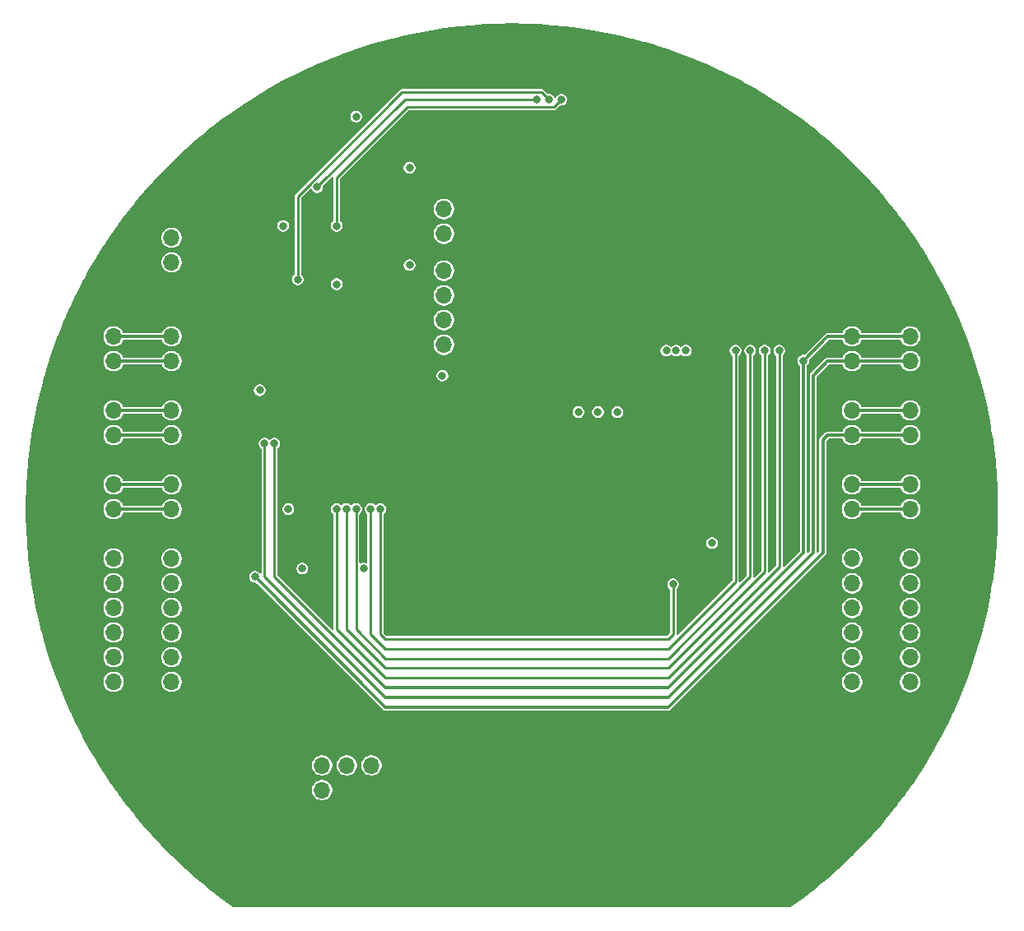
<source format=gbr>
%TF.GenerationSoftware,KiCad,Pcbnew,9.0.4*%
%TF.CreationDate,2025-08-27T20:59:25+02:00*%
%TF.ProjectId,TelemetryOnboard,54656c65-6d65-4747-9279-4f6e626f6172,rev?*%
%TF.SameCoordinates,Original*%
%TF.FileFunction,Copper,L4,Bot*%
%TF.FilePolarity,Positive*%
%FSLAX46Y46*%
G04 Gerber Fmt 4.6, Leading zero omitted, Abs format (unit mm)*
G04 Created by KiCad (PCBNEW 9.0.4) date 2025-08-27 20:59:25*
%MOMM*%
%LPD*%
G01*
G04 APERTURE LIST*
%TA.AperFunction,Conductor*%
%ADD10C,2.000000*%
%TD*%
%TA.AperFunction,ComponentPad*%
%ADD11O,1.700000X1.700000*%
%TD*%
%TA.AperFunction,ComponentPad*%
%ADD12C,4.700000*%
%TD*%
%TA.AperFunction,ConnectorPad*%
%ADD13C,8.000000*%
%TD*%
%TA.AperFunction,ViaPad*%
%ADD14C,0.800000*%
%TD*%
%TA.AperFunction,Conductor*%
%ADD15C,0.300000*%
%TD*%
%TA.AperFunction,Conductor*%
%ADD16C,0.250000*%
%TD*%
G04 APERTURE END LIST*
D10*
%TO.N,GND*%
X29999985Y-35999940D02*
G75*
G02*
X23999985Y-35999940I-3000000J0D01*
G01*
X23999985Y-35999940D02*
G75*
G02*
X29999985Y-35999940I3000000J0D01*
G01*
%TD*%
D11*
%TO.P,J1,1,Pin_1*%
%TO.N,TX4*%
X-19525016Y-26374940D03*
%TO.P,J1,2,Pin_2*%
%TO.N,+3V3*%
X-19525016Y-28914940D03*
%TO.P,J1,3,Pin_3*%
%TO.N,RX4*%
X-16985016Y-26374940D03*
%TO.P,J1,4,Pin_4*%
%TO.N,GND*%
X-16985016Y-28914940D03*
%TO.P,J1,5,Pin_5*%
%TO.N,UPDI*%
X-14445016Y-26374940D03*
%TO.P,J1,6,Pin_6*%
%TO.N,GND*%
X-14445016Y-28914940D03*
%TD*%
D12*
%TO.P,M1,1,Pin_1*%
%TO.N,GND*%
X-27000016Y36000060D03*
D13*
X-27000016Y36000060D03*
%TD*%
D12*
%TO.P,M3,1,Pin_1*%
%TO.N,GND*%
X26999984Y-25999940D03*
D13*
X26999984Y-25999940D03*
%TD*%
D11*
%TO.P,JL1,1,Pin_1*%
%TO.N,SDA0*%
X-35000016Y17780060D03*
%TO.P,JL1,2,Pin_2*%
%TO.N,SCL0*%
X-35000016Y15240060D03*
%TO.P,JL1,3,Pin_3*%
%TO.N,GND*%
X-35000016Y12700060D03*
%TO.P,JL1,4,Pin_4*%
%TO.N,SDA2*%
X-35000016Y10160060D03*
%TO.P,JL1,5,Pin_5*%
%TO.N,SCL2*%
X-35000016Y7620060D03*
%TO.P,JL1,6,Pin_6*%
%TO.N,GND*%
X-35000016Y5080060D03*
%TO.P,JL1,7,Pin_7*%
%TO.N,D1*%
X-35000016Y2540060D03*
%TO.P,JL1,8,Pin_8*%
%TO.N,D2*%
X-35000016Y60D03*
%TD*%
%TO.P,J2,1,Pin_1*%
%TO.N,Net-(J2-Pin_1)*%
X-6990016Y30895062D03*
%TO.P,J2,2,Pin_2*%
%TO.N,Net-(J2-Pin_2)*%
X-6990016Y28355062D03*
%TD*%
%TO.P,J5,1,Pin_1*%
%TO.N,TX1*%
X-35000016Y27940060D03*
%TO.P,J5,2,Pin_2*%
%TO.N,RX1*%
X-35000016Y25400060D03*
%TD*%
%TO.P,JL4,9,Pin_1*%
%TO.N,+3V3*%
X-40975016Y-5079940D03*
%TO.P,JL4,10,Pin_2*%
X-40975016Y-7619940D03*
%TO.P,JL4,11,Pin_3*%
X-40975016Y-10159940D03*
%TO.P,JL4,12,Pin_4*%
%TO.N,+5V*%
X-40975016Y-12699940D03*
%TO.P,JL4,13,Pin_5*%
X-40975016Y-15239940D03*
%TO.P,JL4,14,Pin_6*%
X-40975016Y-17779940D03*
%TD*%
%TO.P,JR4,15,Pin_6*%
%TO.N,+5V*%
X40974984Y-17804940D03*
%TO.P,JR4,16,Pin_5*%
X40974984Y-15264940D03*
%TO.P,JR4,17,Pin_4*%
X40974984Y-12724940D03*
%TO.P,JR4,18,Pin_3*%
%TO.N,+3V3*%
X40974984Y-10184940D03*
%TO.P,JR4,19,Pin_2*%
X40974984Y-7644940D03*
%TO.P,JR4,20,Pin_1*%
X40974984Y-5104940D03*
%TD*%
D12*
%TO.P,M4,1,Pin_1*%
%TO.N,GND*%
X26999984Y36000060D03*
D13*
X26999984Y36000060D03*
%TD*%
D11*
%TO.P,JL3,1,Pin_1*%
%TO.N,SDA0*%
X-40975016Y17780060D03*
%TO.P,JL3,2,Pin_2*%
%TO.N,SCL0*%
X-40975016Y15240060D03*
%TO.P,JL3,3,Pin_3*%
%TO.N,GND*%
X-40975016Y12700060D03*
%TO.P,JL3,4,Pin_4*%
%TO.N,SDA2*%
X-40975016Y10160060D03*
%TO.P,JL3,5,Pin_5*%
%TO.N,SCL2*%
X-40975016Y7620060D03*
%TO.P,JL3,6,Pin_6*%
%TO.N,GND*%
X-40975016Y5080060D03*
%TO.P,JL3,7,Pin_7*%
%TO.N,D1*%
X-40975016Y2540060D03*
%TO.P,JL3,8,Pin_8*%
%TO.N,D2*%
X-40975016Y60D03*
%TD*%
%TO.P,JR1,21,Pin_8*%
%TO.N,TX_L*%
X34974984Y60D03*
%TO.P,JR1,22,Pin_7*%
%TO.N,RX_L*%
X34974984Y2540060D03*
%TO.P,JR1,23,Pin_6*%
%TO.N,GND*%
X34974984Y5080060D03*
%TO.P,JR1,24,Pin_5*%
%TO.N,D3*%
X34974984Y7620060D03*
%TO.P,JR1,25,Pin_4*%
%TO.N,VCC_B*%
X34974984Y10160060D03*
%TO.P,JR1,26,Pin_3*%
%TO.N,GND*%
X34974984Y12700060D03*
%TO.P,JR1,27,Pin_2*%
%TO.N,SLP*%
X34974984Y15240060D03*
%TO.P,JR1,28,Pin_1*%
%TO.N,ARM*%
X34974984Y17780060D03*
%TD*%
%TO.P,JL2,9,Pin_1*%
%TO.N,+3V3*%
X-35000016Y-5079940D03*
%TO.P,JL2,10,Pin_2*%
X-35000016Y-7619940D03*
%TO.P,JL2,11,Pin_3*%
X-35000016Y-10159940D03*
%TO.P,JL2,12,Pin_4*%
%TO.N,+5V*%
X-35000016Y-12699940D03*
%TO.P,JL2,13,Pin_5*%
X-35000016Y-15239940D03*
%TO.P,JL2,14,Pin_6*%
X-35000016Y-17779940D03*
%TD*%
%TO.P,JR3,21,Pin_8*%
%TO.N,TX_L*%
X40974984Y60D03*
%TO.P,JR3,22,Pin_7*%
%TO.N,RX_L*%
X40974984Y2540060D03*
%TO.P,JR3,23,Pin_6*%
%TO.N,GND*%
X40974984Y5080060D03*
%TO.P,JR3,24,Pin_5*%
%TO.N,D3*%
X40974984Y7620060D03*
%TO.P,JR3,25,Pin_4*%
%TO.N,VCC_B*%
X40974984Y10160060D03*
%TO.P,JR3,26,Pin_3*%
%TO.N,GND*%
X40974984Y12700060D03*
%TO.P,JR3,27,Pin_2*%
%TO.N,SLP*%
X40974984Y15240060D03*
%TO.P,JR3,28,Pin_1*%
%TO.N,ARM*%
X40974984Y17780060D03*
%TD*%
%TO.P,J4,1,Pin_1*%
%TO.N,MOSI*%
X-6990016Y16925062D03*
%TO.P,J4,2,Pin_2*%
%TO.N,MISO*%
X-6990016Y19465062D03*
%TO.P,J4,3,Pin_3*%
%TO.N,SCK*%
X-6990016Y22005062D03*
%TO.P,J4,4,Pin_4*%
%TO.N,SS*%
X-6990016Y24545062D03*
%TD*%
%TO.P,JR2,15,Pin_6*%
%TO.N,+5V*%
X34999984Y-17804940D03*
%TO.P,JR2,16,Pin_5*%
X34999984Y-15264940D03*
%TO.P,JR2,17,Pin_4*%
X34999984Y-12724940D03*
%TO.P,JR2,18,Pin_3*%
%TO.N,+3V3*%
X34999984Y-10184940D03*
%TO.P,JR2,19,Pin_2*%
X34999984Y-7644940D03*
%TO.P,JR2,20,Pin_1*%
X34999984Y-5104940D03*
%TD*%
D12*
%TO.P,M2,1,Pin_1*%
%TO.N,GND*%
X-27000016Y-35999940D03*
D13*
X-27000016Y-35999940D03*
%TD*%
D14*
%TO.N,GND*%
X-1500016Y4500060D03*
X1499983Y14500060D03*
X20386363Y44557838D03*
X-4500016Y1500060D03*
X-42309555Y24716511D03*
X-48929548Y-2626890D03*
X41925794Y-25361850D03*
X-10432391Y47876626D03*
X28801461Y-39641773D03*
X48366990Y7850710D03*
X-47795240Y10798975D03*
X48757085Y4872954D03*
X-28190630Y40078599D03*
X-45856651Y-17267513D03*
X10499974Y4500020D03*
X8960287Y48173839D03*
X-2000015Y-37999950D03*
X13499974Y1500020D03*
X33978177Y35305618D03*
X13499984Y-39999940D03*
X40549984Y23000060D03*
X21742256Y43912172D03*
X7499985Y4500060D03*
X-24391551Y42497743D03*
X13499974Y-10499980D03*
X-36581124Y-32600899D03*
X34515218Y-34780662D03*
X13499974Y-4499980D03*
X-33433188Y-35822042D03*
X-24000016Y-39999940D03*
X-35044185Y34247778D03*
X-16Y49000060D03*
X-38509583Y-30298673D03*
X28190598Y40078599D03*
X7499974Y-10499980D03*
X37549984Y28000060D03*
X4499984Y-39999940D03*
X44077404Y-21405104D03*
X36581092Y-32600899D03*
X36077211Y33157769D03*
X-48367022Y7850710D03*
X-48241038Y-8590856D03*
X-1500017Y14500060D03*
X-21000016Y-39999940D03*
X7499985Y-1499940D03*
X42309523Y24716511D03*
X10499974Y-10499980D03*
X-25500016Y-39999940D03*
X30002754Y-38740536D03*
X-43047116Y23408331D03*
X4499984Y-2999940D03*
X10499974Y-7499980D03*
X40715902Y27262012D03*
X1499984Y-39999940D03*
X-7500015Y4500050D03*
X48883515Y3376510D03*
X7499985Y-4499940D03*
X10499974Y1500020D03*
X1501583Y48977046D03*
X31175864Y-37802910D03*
X-44077436Y-21405104D03*
X-1270016Y40400062D03*
X48481616Y-7108481D03*
X6349984Y40400062D03*
X-3000016Y4500060D03*
X-48757117Y4872954D03*
X-34515250Y-34780662D03*
X-45305950Y-18664674D03*
X-47043918Y13706675D03*
X-4500015Y-7499950D03*
X45856619Y-17267513D03*
X-36077243Y33157769D03*
X11849984Y11000062D03*
X1499984Y-4499940D03*
X-32319721Y-36829774D03*
X7479799Y48425801D03*
X-1500026Y-10499980D03*
X29405560Y39195877D03*
X5999984Y-39999940D03*
X-1500016Y7500060D03*
X-17618451Y45723038D03*
X32319689Y-36829774D03*
X13499974Y4500020D03*
X-29405592Y39195877D03*
X-28801493Y-39641773D03*
X2999984Y-4499940D03*
X-44712693Y-20044303D03*
X-7500015Y-4499950D03*
X45014576Y19356882D03*
X-22500016Y-39999940D03*
X-43744242Y22078164D03*
X-41925826Y-25361850D03*
X47955081Y-10065162D03*
X-43400776Y-22745798D03*
X-32880315Y36330294D03*
X-33978209Y35305618D03*
X-7500015Y7500050D03*
X4499984Y3000060D03*
X44400246Y20727257D03*
X-6000016Y-39999940D03*
X45305918Y-18664674D03*
X-4500016Y4500060D03*
X-25682431Y41730307D03*
X-46115878Y16562887D03*
X38040724Y30885365D03*
X-39419998Y-29104321D03*
X-4500026Y-10499980D03*
X-1500015Y-7499940D03*
X-19500016Y-39999940D03*
X48826033Y-4125097D03*
X20999984Y-39999940D03*
X39049984Y25500060D03*
X10432359Y47876626D03*
X37076381Y32036613D03*
X-27937516Y12240060D03*
X45586621Y17968323D03*
X-1500016Y6000060D03*
X43400744Y-22745798D03*
X16208969Y46241479D03*
X4499985Y7500050D03*
X-18025016Y21152560D03*
X33433156Y-35822042D03*
X31751505Y37320844D03*
X7499985Y1500060D03*
X22499984Y-39999940D03*
X-1500016Y10500060D03*
X-5992317Y48632275D03*
X4499984Y-4499940D03*
X-1501615Y48977046D03*
X38969335Y29705105D03*
X13499974Y-1499980D03*
X-38969367Y29705105D03*
X-4500016Y-1499940D03*
X-4500016Y60D03*
X-40715934Y27262012D03*
X-27000016Y-39999940D03*
X-37076413Y32036613D03*
X1499974Y-10499980D03*
X24391519Y42497743D03*
X-3000016Y-39999940D03*
X25499984Y-39999940D03*
X-4499174Y48793068D03*
X-10500016Y-39999940D03*
X-39861372Y28496942D03*
X-48987070Y-1126217D03*
X36049984Y30500060D03*
X21049984Y34090060D03*
X-29500000Y-22500000D03*
X20579984Y3500060D03*
X43047084Y23408331D03*
X-37562996Y-31464564D03*
X-20386395Y44557838D03*
X-40293384Y-27882631D03*
X-1500016Y-39999940D03*
X4499984Y4500060D03*
X-31751537Y37320844D03*
X-14784325Y46716483D03*
X-48883547Y3376510D03*
X48584856Y6364822D03*
X46364244Y-15854132D03*
X-46364276Y-15854132D03*
X-8500026Y13740060D03*
X47624110Y-11530013D03*
X8999984Y-39999940D03*
X32880283Y36330294D03*
X10499984Y-39999940D03*
X-48103724Y9329224D03*
X39861340Y28496942D03*
X4499974Y-10499980D03*
X4499984Y1500060D03*
X2999984Y4500060D03*
X-46601785Y15141893D03*
X-17Y14500060D03*
X-45014608Y19356882D03*
X10499974Y-1499980D03*
X48929516Y-2626890D03*
X48964027Y1876894D03*
X48676686Y-5619428D03*
X11999984Y-39999940D03*
X38509551Y-30298673D03*
X3001772Y48908027D03*
X-21500016Y60D03*
X35044153Y34247778D03*
X-45586653Y17968323D03*
X17999984Y-39999940D03*
X-30592933Y38276338D03*
X32999984Y-30024940D03*
X4499984Y-1499940D03*
X-48676718Y-5619428D03*
X48998546Y375515D03*
X1499984Y7500060D03*
X-15000016Y-39999940D03*
X-47624142Y-11530013D03*
X-11894663Y47534441D03*
X-44400278Y20727257D03*
X13499974Y-7499980D03*
X-48998578Y375515D03*
X48241006Y-8590856D03*
X-33000016Y-30024940D03*
X-42683348Y-24065127D03*
X-1500016Y9000060D03*
X14999984Y-39999940D03*
X1499984Y10500060D03*
X-48481648Y-7108481D03*
X25682399Y41730307D03*
X21049984Y38040060D03*
X43744210Y22078164D03*
X42683316Y-24065127D03*
X-48964059Y1876894D03*
X-26949188Y40923673D03*
X-3000016Y-4499940D03*
X-18000016Y-39999940D03*
X17618419Y45723038D03*
X-16Y-4499940D03*
X-23077758Y43225259D03*
X10499974Y-4499980D03*
X41532219Y26001473D03*
X1499984Y9000060D03*
X19499984Y-39999940D03*
X47795208Y10798975D03*
X39419966Y-29104321D03*
X-21742288Y43912172D03*
X16499984Y-39999940D03*
X23077726Y43225259D03*
X-3001804Y48908027D03*
X-8960319Y48173839D03*
X-7500016Y-39999940D03*
X-4500015Y7500050D03*
X-4500016Y-2999940D03*
X1499984Y4500060D03*
X40293352Y-27882631D03*
X-16209001Y46241479D03*
X-16Y-39999940D03*
X13345730Y47147606D03*
X-16500016Y-39999940D03*
X-47955113Y-10065162D03*
X37562964Y-31464564D03*
X-35564890Y-33706612D03*
X-13345762Y47147606D03*
X46601753Y15141893D03*
X-7500015Y-7499950D03*
X2999984Y-39999940D03*
X-7500015Y1500050D03*
X30592901Y38276338D03*
X7499985Y-7499950D03*
X-47441861Y12258583D03*
X4499985Y-7499940D03*
X47043886Y13706675D03*
X4499142Y48793068D03*
X-48584888Y6364822D03*
X46115846Y16562887D03*
X4499984Y60D03*
X5992285Y48632275D03*
X11894631Y47534441D03*
X-4500016Y3000060D03*
X-12000016Y-39999940D03*
X-7500015Y-1499950D03*
X-7479831Y48425801D03*
X9849984Y11000062D03*
X26999984Y-39999940D03*
X47248405Y-12984034D03*
X48987038Y-1126217D03*
X-31175896Y-37802910D03*
X-47248437Y-12984034D03*
X-46828350Y-14425858D03*
X14784293Y46716483D03*
X-7500026Y-10499980D03*
X31974984Y20780060D03*
X7499984Y-39999940D03*
X10499974Y7500020D03*
X41128890Y-26634750D03*
X-1500016Y-4499940D03*
X48103692Y9329224D03*
X47441829Y12258583D03*
X-9000016Y-39999940D03*
X7849984Y11000062D03*
X46828318Y-14425858D03*
X-13500016Y-39999940D03*
X-24437516Y13740060D03*
X-4500016Y-4499940D03*
X44712661Y-20044303D03*
X1499985Y-7499940D03*
X7499985Y7500050D03*
X-41128922Y-26634750D03*
X26949156Y40923673D03*
X35564858Y-33706612D03*
X-41532251Y26001473D03*
X-38040756Y30885365D03*
X23999984Y-39999940D03*
X19011320Y45161649D03*
X-16025016Y25152560D03*
X-4500016Y-39999940D03*
X-19011352Y45161649D03*
X-30002786Y-38740536D03*
X-5075016Y13740060D03*
X-48826065Y-4125097D03*
%TO.N,+3V3*%
X-23525016Y29152560D03*
X6849984Y10000062D03*
X10849984Y10000062D03*
X-7150016Y13740060D03*
X8849984Y10000062D03*
X-10525016Y35140060D03*
X-23000016Y60D03*
X-18025016Y23152560D03*
X20579984Y-3499940D03*
X-10525016Y25115060D03*
X-16025016Y40400062D03*
X-25937516Y12240060D03*
X-15255016Y-6119940D03*
X-21565016Y-6119940D03*
%TO.N,ARM*%
X-24437516Y6740060D03*
X29974984Y15280060D03*
%TO.N,SLP*%
X-25437516Y6740060D03*
%TO.N,D3*%
X-26437516Y-6967440D03*
%TO.N,+5V*%
X17889984Y16310062D03*
X16889984Y16310062D03*
X15889984Y16310062D03*
%TO.N,RTS*%
X3809984Y42150062D03*
X-22025016Y23652560D03*
%TO.N,CFG*%
X-20025016Y33152560D03*
X2539984Y42150062D03*
%TO.N,RST*%
X16579984Y-7739940D03*
X-13525016Y60D03*
%TO.N,CTS*%
X5079984Y42150062D03*
X-18025016Y29152560D03*
%TO.N,Net-(U1-PF2)*%
X-14525016Y60D03*
X22999984Y16310062D03*
%TO.N,Net-(U1-PE7)*%
X-16025016Y60D03*
X24499984Y16310062D03*
%TO.N,Net-(U1-PE5)*%
X-17025016Y60D03*
X25999984Y16310062D03*
%TO.N,Net-(U1-PE3)*%
X27499984Y16310062D03*
X-18025016Y60D03*
%TD*%
D15*
%TO.N,SCL2*%
X-40975016Y7620060D02*
X-35000016Y7620060D01*
%TO.N,SDA2*%
X-40975016Y10160060D02*
X-35000016Y10160060D01*
%TO.N,ARM*%
X-13025016Y-18379940D02*
X16079984Y-18379940D01*
D16*
X-24437516Y-6967440D02*
X-24437516Y6740060D01*
D15*
X32474984Y17780060D02*
X34974984Y17780060D01*
X34974984Y17780060D02*
X40974984Y17780060D01*
D16*
X-13025016Y-18379940D02*
X-24437516Y-6967440D01*
D15*
X29974984Y15280060D02*
X32474984Y17780060D01*
X16079984Y-18379940D02*
X29974984Y-4484940D01*
X29974984Y-4484940D02*
X29974984Y15280060D01*
%TO.N,D1*%
X-40975016Y2540060D02*
X-35000016Y2540060D01*
%TO.N,D2*%
X-40975016Y60D02*
X-35000016Y60D01*
%TO.N,SLP*%
X32474984Y15240060D02*
X34974984Y15240060D01*
D16*
X-25437516Y-6967440D02*
X-25437516Y6740060D01*
X-13025016Y-19379940D02*
X-25437516Y-6967440D01*
D15*
X-13025016Y-19379940D02*
X16079984Y-19379940D01*
X16079984Y-19379940D02*
X30974984Y-4484940D01*
X30974984Y-4484940D02*
X30974984Y13740060D01*
X30974984Y13740060D02*
X32474984Y15240060D01*
X34974984Y15240060D02*
X40974984Y15240060D01*
%TO.N,D3*%
X-26437516Y-6967440D02*
X-13025016Y-20379940D01*
X34974984Y7620060D02*
X40974984Y7620060D01*
X31974984Y7120060D02*
X32474984Y7620060D01*
X16079984Y-20379940D02*
X31974984Y-4484940D01*
X31974984Y-4484940D02*
X31974984Y7120060D01*
X-13025016Y-20379940D02*
X16079984Y-20379940D01*
X32474984Y7620060D02*
X34974984Y7620060D01*
%TO.N,VCC_B*%
X34974984Y10160060D02*
X40974984Y10160060D01*
%TO.N,RX_L*%
X34974984Y2540060D02*
X40974984Y2540060D01*
%TO.N,TX_L*%
X34974984Y60D02*
X40974984Y60D01*
D16*
%TO.N,RTS*%
X3059984Y42900062D02*
X-11302819Y42900062D01*
X3809984Y42150062D02*
X3059984Y42900062D01*
X-22025016Y32177865D02*
X-22025016Y23652560D01*
X-11302819Y42900062D02*
X-22025016Y32177865D01*
%TO.N,CFG*%
X-11027514Y42150062D02*
X-20025016Y33152560D01*
X2539984Y42150062D02*
X-11027514Y42150062D01*
%TO.N,RST*%
X-13525016Y-12879940D02*
X-13525016Y60D01*
X-13025016Y-13379940D02*
X-13525016Y-12879940D01*
X16579984Y-7739940D02*
X16579984Y-12879940D01*
X16079984Y-13379940D02*
X-13025016Y-13379940D01*
X16579984Y-12879940D02*
X16079984Y-13379940D01*
%TO.N,CTS*%
X-18025016Y34152560D02*
X-10777514Y41400062D01*
X-18025016Y34152560D02*
X-18025016Y29152560D01*
X5079984Y42150062D02*
X4329984Y41400062D01*
X4329984Y41400062D02*
X-10777514Y41400062D01*
%TO.N,Net-(U1-PF2)*%
X22999984Y-7459940D02*
X16079984Y-14379940D01*
X16079984Y-14379940D02*
X-13025016Y-14379940D01*
X-14525016Y-12879940D02*
X-14525016Y60D01*
X-13025016Y-14379940D02*
X-14525016Y-12879940D01*
X22999984Y16310062D02*
X22999984Y-7459940D01*
%TO.N,Net-(U1-PE7)*%
X16079984Y-15379940D02*
X-13025016Y-15379940D01*
X-16025016Y-12379940D02*
X-16025016Y60D01*
X24499984Y16310062D02*
X24499984Y-6959940D01*
X-13025016Y-15379940D02*
X-16025016Y-12379940D01*
X24499984Y-6959940D02*
X16079984Y-15379940D01*
%TO.N,Net-(U1-PE5)*%
X-17025016Y-12379940D02*
X-17025016Y60D01*
X16079984Y-16379940D02*
X-13025016Y-16379940D01*
X25999984Y16310062D02*
X25999984Y-6459940D01*
X25999984Y-6459940D02*
X16079984Y-16379940D01*
X-13025016Y-16379940D02*
X-17025016Y-12379940D01*
%TO.N,Net-(U1-PE3)*%
X-13025016Y-17379940D02*
X-18025016Y-12379940D01*
X27499984Y-5959940D02*
X16079984Y-17379940D01*
X27499984Y16310062D02*
X27499984Y-5959940D01*
X16079984Y-17379940D02*
X-13025016Y-17379940D01*
X-18025016Y-12379940D02*
X-18025016Y60D01*
D15*
%TO.N,SCL0*%
X-40975016Y15240060D02*
X-35000016Y15240060D01*
%TO.N,SDA0*%
X-40975016Y17780060D02*
X-35000016Y17780060D01*
%TD*%
%TA.AperFunction,Conductor*%
%TO.N,GND*%
G36*
X1383037Y49980401D02*
G01*
X1386471Y49980306D01*
X2766751Y49922924D01*
X2770180Y49922734D01*
X4148344Y49827146D01*
X4151767Y49826861D01*
X5526768Y49693139D01*
X5530181Y49692759D01*
X6900919Y49521010D01*
X6904321Y49520536D01*
X8269796Y49310886D01*
X8273183Y49310318D01*
X9632340Y49062928D01*
X9635710Y49062266D01*
X10987472Y48777334D01*
X10990823Y48776579D01*
X12292515Y48464311D01*
X12293176Y48464150D01*
X12345011Y48451414D01*
X12347678Y48450728D01*
X13593804Y48115034D01*
X13594537Y48114834D01*
X13694041Y48087374D01*
X13696612Y48086634D01*
X14894729Y47728001D01*
X14895532Y47727758D01*
X15032093Y47685872D01*
X15034567Y47685085D01*
X16191896Y47303430D01*
X16192767Y47303139D01*
X16358297Y47247189D01*
X16360672Y47246359D01*
X17482389Y46841672D01*
X17483327Y46841329D01*
X17671356Y46771776D01*
X17673633Y46770909D01*
X18763965Y46343058D01*
X18764966Y46342660D01*
X18970420Y46259971D01*
X18972598Y46259070D01*
X20034575Y45808017D01*
X20035639Y45807560D01*
X20254300Y45712269D01*
X20256379Y45711340D01*
X21292696Y45236891D01*
X21293818Y45236370D01*
X21522073Y45129101D01*
X21524053Y45128149D01*
X22536496Y44630264D01*
X22537676Y44629676D01*
X22772721Y44510970D01*
X22774602Y44510000D01*
X23764963Y43988426D01*
X23766196Y43987768D01*
X24005128Y43858474D01*
X24006912Y43857489D01*
X24976385Y43312099D01*
X24977668Y43311367D01*
X25218507Y43172076D01*
X25220193Y43171083D01*
X26169767Y42601704D01*
X26171098Y42600895D01*
X26411811Y42452417D01*
X26413401Y42451419D01*
X27343973Y41857789D01*
X27345348Y41856900D01*
X27583979Y41700201D01*
X27585474Y41699203D01*
X28616492Y41000582D01*
X28619317Y40998610D01*
X29635732Y40267877D01*
X29637169Y40266828D01*
X29865584Y40097590D01*
X29866924Y40096583D01*
X30749938Y39423658D01*
X30751385Y39422539D01*
X30974047Y39247602D01*
X30975319Y39246589D01*
X31840382Y38548401D01*
X31841836Y38547209D01*
X32058095Y38367184D01*
X32059299Y38366168D01*
X32906039Y37642893D01*
X32907497Y37641628D01*
X33116735Y37457189D01*
X33117873Y37456174D01*
X33946286Y36707640D01*
X33947746Y36706299D01*
X34149149Y36518382D01*
X34150220Y36517371D01*
X34960052Y35743565D01*
X34961510Y35742149D01*
X35154599Y35551498D01*
X35155606Y35550492D01*
X35946617Y34751334D01*
X35948070Y34749841D01*
X36132207Y34557448D01*
X36133151Y34556452D01*
X36905150Y33731760D01*
X36906595Y33730189D01*
X37081321Y33536976D01*
X37082202Y33535991D01*
X37834938Y32685573D01*
X37836372Y32683924D01*
X38001043Y32491140D01*
X38001862Y32490170D01*
X38735130Y31613707D01*
X38736550Y31611979D01*
X38890840Y31420652D01*
X38891601Y31419699D01*
X39605106Y30516889D01*
X39606507Y30515082D01*
X39749777Y30326762D01*
X39750480Y30325829D01*
X40444165Y29395964D01*
X40445545Y29394077D01*
X40577288Y29210353D01*
X40577935Y29209442D01*
X41251512Y28251984D01*
X41252868Y28250017D01*
X41372828Y28072322D01*
X41373421Y28071435D01*
X42026622Y27085672D01*
X42027949Y27083626D01*
X42135642Y26913948D01*
X42136184Y26913087D01*
X42768844Y25897987D01*
X42770139Y25895861D01*
X42865021Y25736586D01*
X42865512Y25735755D01*
X43477589Y24689845D01*
X43478850Y24687639D01*
X43560607Y24541127D01*
X43561050Y24540326D01*
X44152253Y23462254D01*
X44153475Y23459968D01*
X44221751Y23329045D01*
X44222148Y23328279D01*
X44792320Y22216137D01*
X44793501Y22213772D01*
X44847987Y22101671D01*
X44848339Y22100939D01*
X45397238Y20952553D01*
X45398373Y20950111D01*
X45438770Y20860651D01*
X45439082Y20859955D01*
X45966575Y19672395D01*
X45967660Y19669877D01*
X45993721Y19607523D01*
X45993994Y19606864D01*
X46499866Y18376677D01*
X46500901Y18374078D01*
X46512173Y18344806D01*
X46512408Y18344192D01*
X46995979Y17068274D01*
X46997158Y17065026D01*
X47453305Y15752195D01*
X47454394Y15748915D01*
X47873798Y14423840D01*
X47874794Y14420531D01*
X48257101Y13084326D01*
X48258005Y13080992D01*
X48602935Y11734649D01*
X48603746Y11731290D01*
X48911030Y10375849D01*
X48911747Y10372468D01*
X49181143Y9009001D01*
X49181766Y9005602D01*
X49413071Y7635125D01*
X49413598Y7631711D01*
X49606625Y6255350D01*
X49607057Y6251921D01*
X49761655Y4870740D01*
X49761992Y4867301D01*
X49878051Y3482283D01*
X49878291Y3478836D01*
X49955710Y2091201D01*
X49955855Y2087749D01*
X49994582Y698427D01*
X49994630Y694972D01*
X49994630Y-694852D01*
X49994582Y-698307D01*
X49955855Y-2087629D01*
X49955710Y-2091081D01*
X49878291Y-3478716D01*
X49878051Y-3482163D01*
X49761992Y-4867181D01*
X49761655Y-4870620D01*
X49607057Y-6251801D01*
X49606625Y-6255230D01*
X49413598Y-7631591D01*
X49413071Y-7635005D01*
X49181766Y-9005482D01*
X49181143Y-9008881D01*
X48911747Y-10372348D01*
X48911030Y-10375729D01*
X48603746Y-11731170D01*
X48602935Y-11734529D01*
X48258005Y-13080872D01*
X48257101Y-13084206D01*
X47874794Y-14420411D01*
X47873798Y-14423720D01*
X47454394Y-15748795D01*
X47453305Y-15752075D01*
X46997158Y-17064906D01*
X46995979Y-17068153D01*
X46512451Y-18343958D01*
X46512215Y-18344575D01*
X46500889Y-18373986D01*
X46499855Y-18376583D01*
X45993994Y-19606743D01*
X45993722Y-19607401D01*
X45967661Y-19669756D01*
X45966575Y-19672275D01*
X45439105Y-20859783D01*
X45438793Y-20860479D01*
X45398365Y-20950008D01*
X45397230Y-20952450D01*
X44848334Y-22100834D01*
X44847980Y-22101568D01*
X44793501Y-22213648D01*
X44792322Y-22216011D01*
X44222150Y-23328156D01*
X44221753Y-23328923D01*
X44153472Y-23459854D01*
X44152250Y-23462139D01*
X43561068Y-24540173D01*
X43560625Y-24540974D01*
X43478844Y-24687529D01*
X43477583Y-24689735D01*
X42865506Y-25735646D01*
X42865015Y-25736477D01*
X42770164Y-25895700D01*
X42768869Y-25897826D01*
X42136105Y-26913093D01*
X42135563Y-26913954D01*
X42027963Y-27083486D01*
X42026636Y-27085532D01*
X41373394Y-28071355D01*
X41372801Y-28072242D01*
X41252883Y-28249875D01*
X41251528Y-28251842D01*
X40577934Y-29209326D01*
X40577286Y-29210237D01*
X40445544Y-29393959D01*
X40444164Y-29395846D01*
X39750456Y-30325740D01*
X39749753Y-30326673D01*
X39606518Y-30514948D01*
X39605117Y-30516755D01*
X38891527Y-31419672D01*
X38890766Y-31420625D01*
X38736590Y-31611811D01*
X38735171Y-31613539D01*
X38001805Y-32490121D01*
X38000984Y-32491092D01*
X37836398Y-32683772D01*
X37834965Y-32685420D01*
X37082175Y-33535902D01*
X37081294Y-33536887D01*
X36906603Y-33730061D01*
X36905158Y-33731631D01*
X36133165Y-34556317D01*
X36132221Y-34557314D01*
X35948057Y-34749734D01*
X35946604Y-34751227D01*
X35155662Y-35550316D01*
X35154655Y-35551322D01*
X34961465Y-35742072D01*
X34960007Y-35743488D01*
X34150230Y-36517241D01*
X34149159Y-36518252D01*
X33947736Y-36706188D01*
X33946276Y-36707529D01*
X33117863Y-37456063D01*
X33116726Y-37457078D01*
X32907499Y-37641508D01*
X32906040Y-37642773D01*
X32059314Y-38366035D01*
X32058110Y-38367051D01*
X31841821Y-38547101D01*
X31840367Y-38548293D01*
X30975297Y-39246487D01*
X30974025Y-39247500D01*
X30751403Y-39422405D01*
X30749956Y-39423524D01*
X29866880Y-40096497D01*
X29865539Y-40097505D01*
X29637208Y-40266679D01*
X29635772Y-40267727D01*
X28650433Y-40976121D01*
X28584510Y-40999272D01*
X28578050Y-40999440D01*
X-28578082Y-40999440D01*
X-28645121Y-40979755D01*
X-28650465Y-40976121D01*
X-29635765Y-40267756D01*
X-29637202Y-40266707D01*
X-29865612Y-40097473D01*
X-29866952Y-40096466D01*
X-30749966Y-39423541D01*
X-30751413Y-39422422D01*
X-30974080Y-39247481D01*
X-30975352Y-39246468D01*
X-31840410Y-38548284D01*
X-31841864Y-38547092D01*
X-32058129Y-38367062D01*
X-32059333Y-38366046D01*
X-32906067Y-37642777D01*
X-32907526Y-37641512D01*
X-33116777Y-37457061D01*
X-33117914Y-37456046D01*
X-33946325Y-36707514D01*
X-33947785Y-36706173D01*
X-34149173Y-36518270D01*
X-34150244Y-36517259D01*
X-34960031Y-35743496D01*
X-34961490Y-35742079D01*
X-35154693Y-35551315D01*
X-35155699Y-35550310D01*
X-35946615Y-34751250D01*
X-35948069Y-34749757D01*
X-36132262Y-34557304D01*
X-36133205Y-34556307D01*
X-36905204Y-33731614D01*
X-36906648Y-33730044D01*
X-37081334Y-33536877D01*
X-37082216Y-33535892D01*
X-37834967Y-32685455D01*
X-37836400Y-32683806D01*
X-38001072Y-32491024D01*
X-38001893Y-32490054D01*
X-38735193Y-31613551D01*
X-38736612Y-31611823D01*
X-38890813Y-31420606D01*
X-38891574Y-31419653D01*
X-39605147Y-30516757D01*
X-39606548Y-30514950D01*
X-39749807Y-30326645D01*
X-39750510Y-30325712D01*
X-40444213Y-29395824D01*
X-40445593Y-29393937D01*
X-40577283Y-29210287D01*
X-40577931Y-29209376D01*
X-40811948Y-28876731D01*
X-40857856Y-28811475D01*
X-20575516Y-28811475D01*
X-20575516Y-29018405D01*
X-20535146Y-29221360D01*
X-20455957Y-29412538D01*
X-20340993Y-29584595D01*
X-20194671Y-29730917D01*
X-20022614Y-29845881D01*
X-19831436Y-29925070D01*
X-19628483Y-29965439D01*
X-19628482Y-29965440D01*
X-19628481Y-29965440D01*
X-19421550Y-29965440D01*
X-19421546Y-29965439D01*
X-19218596Y-29925070D01*
X-19027418Y-29845881D01*
X-18855361Y-29730917D01*
X-18855358Y-29730915D01*
X-18709040Y-29584597D01*
X-18594074Y-29412536D01*
X-18514886Y-29221360D01*
X-18514884Y-29221352D01*
X-18474516Y-29018409D01*
X-18474516Y-28811470D01*
X-18514884Y-28608527D01*
X-18514886Y-28608519D01*
X-18594074Y-28417343D01*
X-18709040Y-28245282D01*
X-18855358Y-28098964D01*
X-19027419Y-27983998D01*
X-19218595Y-27904810D01*
X-19218603Y-27904808D01*
X-19421546Y-27864440D01*
X-19421551Y-27864440D01*
X-19628481Y-27864440D01*
X-19628485Y-27864440D01*
X-19831428Y-27904808D01*
X-19831436Y-27904810D01*
X-20022614Y-27983999D01*
X-20108642Y-28041481D01*
X-20194673Y-28098964D01*
X-20340991Y-28245282D01*
X-20340993Y-28245285D01*
X-20455957Y-28417342D01*
X-20535146Y-28608520D01*
X-20575516Y-28811475D01*
X-40857856Y-28811475D01*
X-41251553Y-28251852D01*
X-41252908Y-28249885D01*
X-41372847Y-28072222D01*
X-41373440Y-28071335D01*
X-42026658Y-27085547D01*
X-42027986Y-27083500D01*
X-42135667Y-26913839D01*
X-42136207Y-26912979D01*
X-42498944Y-26330970D01*
X-42536024Y-26271475D01*
X-20575516Y-26271475D01*
X-20575516Y-26478405D01*
X-20535146Y-26681360D01*
X-20455957Y-26872538D01*
X-20340993Y-27044595D01*
X-20194671Y-27190917D01*
X-20022614Y-27305881D01*
X-19831436Y-27385070D01*
X-19628483Y-27425439D01*
X-19628482Y-27425440D01*
X-19628481Y-27425440D01*
X-19421550Y-27425440D01*
X-19421546Y-27425439D01*
X-19218596Y-27385070D01*
X-19027418Y-27305881D01*
X-18855361Y-27190917D01*
X-18855358Y-27190915D01*
X-18709040Y-27044597D01*
X-18594074Y-26872536D01*
X-18514886Y-26681360D01*
X-18514884Y-26681352D01*
X-18474516Y-26478409D01*
X-18474516Y-26271475D01*
X-18035516Y-26271475D01*
X-18035516Y-26478405D01*
X-17995146Y-26681360D01*
X-17915957Y-26872538D01*
X-17800993Y-27044595D01*
X-17654671Y-27190917D01*
X-17482614Y-27305881D01*
X-17291436Y-27385070D01*
X-17088483Y-27425439D01*
X-17088482Y-27425440D01*
X-17088481Y-27425440D01*
X-16881550Y-27425440D01*
X-16881546Y-27425439D01*
X-16678596Y-27385070D01*
X-16487418Y-27305881D01*
X-16315361Y-27190917D01*
X-16315358Y-27190915D01*
X-16169040Y-27044597D01*
X-16054074Y-26872536D01*
X-15974886Y-26681360D01*
X-15974884Y-26681352D01*
X-15934516Y-26478409D01*
X-15934516Y-26271475D01*
X-15495516Y-26271475D01*
X-15495516Y-26478405D01*
X-15455146Y-26681360D01*
X-15375957Y-26872538D01*
X-15260993Y-27044595D01*
X-15114671Y-27190917D01*
X-14942614Y-27305881D01*
X-14751436Y-27385070D01*
X-14548483Y-27425439D01*
X-14548482Y-27425440D01*
X-14548481Y-27425440D01*
X-14341550Y-27425440D01*
X-14341546Y-27425439D01*
X-14138596Y-27385070D01*
X-13947418Y-27305881D01*
X-13775361Y-27190917D01*
X-13775358Y-27190915D01*
X-13629040Y-27044597D01*
X-13514074Y-26872536D01*
X-13434886Y-26681360D01*
X-13434884Y-26681352D01*
X-13394516Y-26478409D01*
X-13394516Y-26271470D01*
X-13434884Y-26068527D01*
X-13434886Y-26068519D01*
X-13514074Y-25877343D01*
X-13629040Y-25705282D01*
X-13775358Y-25558964D01*
X-13947419Y-25443998D01*
X-14138595Y-25364810D01*
X-14138603Y-25364808D01*
X-14341546Y-25324440D01*
X-14341551Y-25324440D01*
X-14548481Y-25324440D01*
X-14548485Y-25324440D01*
X-14751428Y-25364808D01*
X-14751436Y-25364810D01*
X-14942614Y-25443999D01*
X-15028642Y-25501481D01*
X-15114673Y-25558964D01*
X-15260991Y-25705282D01*
X-15260993Y-25705285D01*
X-15375957Y-25877342D01*
X-15455146Y-26068520D01*
X-15495516Y-26271475D01*
X-15934516Y-26271475D01*
X-15934516Y-26271470D01*
X-15974884Y-26068527D01*
X-15974886Y-26068519D01*
X-16054074Y-25877343D01*
X-16169040Y-25705282D01*
X-16315358Y-25558964D01*
X-16487419Y-25443998D01*
X-16678595Y-25364810D01*
X-16678603Y-25364808D01*
X-16881546Y-25324440D01*
X-16881551Y-25324440D01*
X-17088481Y-25324440D01*
X-17088485Y-25324440D01*
X-17291428Y-25364808D01*
X-17291436Y-25364810D01*
X-17482614Y-25443999D01*
X-17568642Y-25501481D01*
X-17654673Y-25558964D01*
X-17800991Y-25705282D01*
X-17800993Y-25705285D01*
X-17915957Y-25877342D01*
X-17995146Y-26068520D01*
X-18035516Y-26271475D01*
X-18474516Y-26271475D01*
X-18474516Y-26271470D01*
X-18514884Y-26068527D01*
X-18514886Y-26068519D01*
X-18594074Y-25877343D01*
X-18709040Y-25705282D01*
X-18855358Y-25558964D01*
X-19027419Y-25443998D01*
X-19218595Y-25364810D01*
X-19218603Y-25364808D01*
X-19421546Y-25324440D01*
X-19421551Y-25324440D01*
X-19628481Y-25324440D01*
X-19628485Y-25324440D01*
X-19831428Y-25364808D01*
X-19831436Y-25364810D01*
X-20022614Y-25443999D01*
X-20108642Y-25501481D01*
X-20194673Y-25558964D01*
X-20340991Y-25705282D01*
X-20340993Y-25705285D01*
X-20455957Y-25877342D01*
X-20535146Y-26068520D01*
X-20575516Y-26271475D01*
X-42536024Y-26271475D01*
X-42768879Y-25897861D01*
X-42770175Y-25895735D01*
X-42865052Y-25736468D01*
X-42865543Y-25735637D01*
X-43477613Y-24689738D01*
X-43478874Y-24687532D01*
X-43560659Y-24540970D01*
X-43561102Y-24540169D01*
X-44152287Y-23462129D01*
X-44153509Y-23459844D01*
X-44221778Y-23328936D01*
X-44222175Y-23328169D01*
X-44792355Y-22216011D01*
X-44793535Y-22213647D01*
X-44848009Y-22101573D01*
X-44848362Y-22100840D01*
X-45397271Y-20952432D01*
X-45398406Y-20949990D01*
X-45438800Y-20860536D01*
X-45439112Y-20859840D01*
X-45966613Y-19672262D01*
X-45967698Y-19669743D01*
X-45993733Y-19607451D01*
X-45994006Y-19606793D01*
X-46499905Y-18376539D01*
X-46500940Y-18373941D01*
X-46512178Y-18344758D01*
X-46512413Y-18344143D01*
X-46751112Y-17714329D01*
X-46751112Y-17714327D01*
X-46765458Y-17676475D01*
X-42025516Y-17676475D01*
X-42025516Y-17883405D01*
X-41985146Y-18086360D01*
X-41905957Y-18277538D01*
X-41790993Y-18449595D01*
X-41644671Y-18595917D01*
X-41472614Y-18710881D01*
X-41281436Y-18790070D01*
X-41078483Y-18830439D01*
X-41078482Y-18830440D01*
X-41078481Y-18830440D01*
X-40871550Y-18830440D01*
X-40871546Y-18830439D01*
X-40668596Y-18790070D01*
X-40477418Y-18710881D01*
X-40305361Y-18595917D01*
X-40305358Y-18595915D01*
X-40159040Y-18449597D01*
X-40088455Y-18343958D01*
X-40044075Y-18277538D01*
X-39964886Y-18086360D01*
X-39964884Y-18086352D01*
X-39924516Y-17883409D01*
X-39924516Y-17676475D01*
X-36050516Y-17676475D01*
X-36050516Y-17883405D01*
X-36010146Y-18086360D01*
X-35930957Y-18277538D01*
X-35815993Y-18449595D01*
X-35669671Y-18595917D01*
X-35497614Y-18710881D01*
X-35306436Y-18790070D01*
X-35103483Y-18830439D01*
X-35103482Y-18830440D01*
X-35103481Y-18830440D01*
X-34896550Y-18830440D01*
X-34896546Y-18830439D01*
X-34693596Y-18790070D01*
X-34502418Y-18710881D01*
X-34330361Y-18595917D01*
X-34330358Y-18595915D01*
X-34184040Y-18449597D01*
X-34113455Y-18343958D01*
X-34069075Y-18277538D01*
X-33989886Y-18086360D01*
X-33989884Y-18086352D01*
X-33949516Y-17883409D01*
X-33949516Y-17676470D01*
X-33989884Y-17473527D01*
X-33989886Y-17473519D01*
X-34069074Y-17282343D01*
X-34184040Y-17110282D01*
X-34330358Y-16963964D01*
X-34502419Y-16848998D01*
X-34693595Y-16769810D01*
X-34693603Y-16769808D01*
X-34896546Y-16729440D01*
X-34896551Y-16729440D01*
X-35103481Y-16729440D01*
X-35103485Y-16729440D01*
X-35306428Y-16769808D01*
X-35306436Y-16769810D01*
X-35497614Y-16848999D01*
X-35507789Y-16855798D01*
X-35669673Y-16963964D01*
X-35815991Y-17110282D01*
X-35815993Y-17110285D01*
X-35930957Y-17282342D01*
X-36010146Y-17473520D01*
X-36050516Y-17676475D01*
X-39924516Y-17676475D01*
X-39924516Y-17676470D01*
X-39964884Y-17473527D01*
X-39964886Y-17473519D01*
X-40044074Y-17282343D01*
X-40159040Y-17110282D01*
X-40305358Y-16963964D01*
X-40477419Y-16848998D01*
X-40668595Y-16769810D01*
X-40668603Y-16769808D01*
X-40871546Y-16729440D01*
X-40871551Y-16729440D01*
X-41078481Y-16729440D01*
X-41078485Y-16729440D01*
X-41281428Y-16769808D01*
X-41281436Y-16769810D01*
X-41472614Y-16848999D01*
X-41482789Y-16855798D01*
X-41644673Y-16963964D01*
X-41790991Y-17110282D01*
X-41790993Y-17110285D01*
X-41905957Y-17282342D01*
X-41985146Y-17473520D01*
X-42025516Y-17676475D01*
X-46765458Y-17676475D01*
X-46996011Y-17068153D01*
X-46997190Y-17064906D01*
X-47453337Y-15752075D01*
X-47454426Y-15748795D01*
X-47638318Y-15167801D01*
X-47648233Y-15136475D01*
X-42025516Y-15136475D01*
X-42025516Y-15343405D01*
X-41985146Y-15546360D01*
X-41905957Y-15737538D01*
X-41790993Y-15909595D01*
X-41644671Y-16055917D01*
X-41472614Y-16170881D01*
X-41281436Y-16250070D01*
X-41078483Y-16290439D01*
X-41078482Y-16290440D01*
X-41078481Y-16290440D01*
X-40871550Y-16290440D01*
X-40871546Y-16290439D01*
X-40668596Y-16250070D01*
X-40477418Y-16170881D01*
X-40305361Y-16055917D01*
X-40305358Y-16055915D01*
X-40159040Y-15909597D01*
X-40071063Y-15777929D01*
X-40044075Y-15737538D01*
X-39964886Y-15546360D01*
X-39964884Y-15546352D01*
X-39924516Y-15343409D01*
X-39924516Y-15136475D01*
X-36050516Y-15136475D01*
X-36050516Y-15343405D01*
X-36010146Y-15546360D01*
X-35930957Y-15737538D01*
X-35815993Y-15909595D01*
X-35669671Y-16055917D01*
X-35497614Y-16170881D01*
X-35306436Y-16250070D01*
X-35103483Y-16290439D01*
X-35103482Y-16290440D01*
X-35103481Y-16290440D01*
X-34896550Y-16290440D01*
X-34896546Y-16290439D01*
X-34693596Y-16250070D01*
X-34502418Y-16170881D01*
X-34330361Y-16055917D01*
X-34330358Y-16055915D01*
X-34184040Y-15909597D01*
X-34096063Y-15777929D01*
X-34069075Y-15737538D01*
X-33989886Y-15546360D01*
X-33989884Y-15546352D01*
X-33949516Y-15343409D01*
X-33949516Y-15136470D01*
X-33989884Y-14933527D01*
X-33989886Y-14933519D01*
X-34069074Y-14742343D01*
X-34184040Y-14570282D01*
X-34330358Y-14423964D01*
X-34502419Y-14308998D01*
X-34693595Y-14229810D01*
X-34693603Y-14229808D01*
X-34896546Y-14189440D01*
X-34896551Y-14189440D01*
X-35103481Y-14189440D01*
X-35103485Y-14189440D01*
X-35306428Y-14229808D01*
X-35306436Y-14229810D01*
X-35497614Y-14308999D01*
X-35535028Y-14333998D01*
X-35669673Y-14423964D01*
X-35815991Y-14570282D01*
X-35815993Y-14570285D01*
X-35930957Y-14742342D01*
X-36010146Y-14933520D01*
X-36050516Y-15136475D01*
X-39924516Y-15136475D01*
X-39924516Y-15136470D01*
X-39964884Y-14933527D01*
X-39964886Y-14933519D01*
X-40044074Y-14742343D01*
X-40159040Y-14570282D01*
X-40305358Y-14423964D01*
X-40477419Y-14308998D01*
X-40668595Y-14229810D01*
X-40668603Y-14229808D01*
X-40871546Y-14189440D01*
X-40871551Y-14189440D01*
X-41078481Y-14189440D01*
X-41078485Y-14189440D01*
X-41281428Y-14229808D01*
X-41281436Y-14229810D01*
X-41472614Y-14308999D01*
X-41510028Y-14333998D01*
X-41644673Y-14423964D01*
X-41790991Y-14570282D01*
X-41790993Y-14570285D01*
X-41905957Y-14742342D01*
X-41985146Y-14933520D01*
X-42025516Y-15136475D01*
X-47648233Y-15136475D01*
X-47873830Y-14423720D01*
X-47874826Y-14420411D01*
X-48257133Y-13084206D01*
X-48258037Y-13080872D01*
X-48375815Y-12621158D01*
X-48382139Y-12596475D01*
X-42025516Y-12596475D01*
X-42025516Y-12803405D01*
X-41985146Y-13006360D01*
X-41905957Y-13197538D01*
X-41790993Y-13369595D01*
X-41644671Y-13515917D01*
X-41472614Y-13630881D01*
X-41281436Y-13710070D01*
X-41078483Y-13750439D01*
X-41078482Y-13750440D01*
X-41078481Y-13750440D01*
X-40871550Y-13750440D01*
X-40871546Y-13750439D01*
X-40668596Y-13710070D01*
X-40477418Y-13630881D01*
X-40305361Y-13515917D01*
X-40305358Y-13515915D01*
X-40159040Y-13369597D01*
X-40101557Y-13283566D01*
X-40044075Y-13197538D01*
X-40020409Y-13140405D01*
X-39964886Y-13006360D01*
X-39964884Y-13006352D01*
X-39924516Y-12803409D01*
X-39924516Y-12596475D01*
X-36050516Y-12596475D01*
X-36050516Y-12803405D01*
X-36010146Y-13006360D01*
X-35930957Y-13197538D01*
X-35815993Y-13369595D01*
X-35669671Y-13515917D01*
X-35497614Y-13630881D01*
X-35306436Y-13710070D01*
X-35103483Y-13750439D01*
X-35103482Y-13750440D01*
X-35103481Y-13750440D01*
X-34896550Y-13750440D01*
X-34896546Y-13750439D01*
X-34693596Y-13710070D01*
X-34502418Y-13630881D01*
X-34330361Y-13515917D01*
X-34330358Y-13515915D01*
X-34184040Y-13369597D01*
X-34126557Y-13283566D01*
X-34069075Y-13197538D01*
X-34045409Y-13140405D01*
X-33989886Y-13006360D01*
X-33989884Y-13006352D01*
X-33949516Y-12803409D01*
X-33949516Y-12596470D01*
X-33989884Y-12393527D01*
X-33989886Y-12393519D01*
X-34069074Y-12202343D01*
X-34184040Y-12030282D01*
X-34330358Y-11883964D01*
X-34502419Y-11768998D01*
X-34693595Y-11689810D01*
X-34693603Y-11689808D01*
X-34896546Y-11649440D01*
X-34896551Y-11649440D01*
X-35103481Y-11649440D01*
X-35103485Y-11649440D01*
X-35306428Y-11689808D01*
X-35306436Y-11689810D01*
X-35497614Y-11768999D01*
X-35535028Y-11793998D01*
X-35669673Y-11883964D01*
X-35815991Y-12030282D01*
X-35815993Y-12030285D01*
X-35930957Y-12202342D01*
X-36010146Y-12393520D01*
X-36050516Y-12596475D01*
X-39924516Y-12596475D01*
X-39924516Y-12596470D01*
X-39964884Y-12393527D01*
X-39964886Y-12393519D01*
X-40044074Y-12202343D01*
X-40159040Y-12030282D01*
X-40305358Y-11883964D01*
X-40477419Y-11768998D01*
X-40668595Y-11689810D01*
X-40668603Y-11689808D01*
X-40871546Y-11649440D01*
X-40871551Y-11649440D01*
X-41078481Y-11649440D01*
X-41078485Y-11649440D01*
X-41281428Y-11689808D01*
X-41281436Y-11689810D01*
X-41472614Y-11768999D01*
X-41510028Y-11793998D01*
X-41644673Y-11883964D01*
X-41790991Y-12030282D01*
X-41790993Y-12030285D01*
X-41905957Y-12202342D01*
X-41985146Y-12393520D01*
X-42025516Y-12596475D01*
X-48382139Y-12596475D01*
X-48602967Y-11734529D01*
X-48603778Y-11731170D01*
X-48911062Y-10375729D01*
X-48911779Y-10372348D01*
X-48970644Y-10074418D01*
X-48974189Y-10056475D01*
X-42025516Y-10056475D01*
X-42025516Y-10263405D01*
X-41985146Y-10466360D01*
X-41905957Y-10657538D01*
X-41790993Y-10829595D01*
X-41644671Y-10975917D01*
X-41472614Y-11090881D01*
X-41281436Y-11170070D01*
X-41078483Y-11210439D01*
X-41078482Y-11210440D01*
X-41078481Y-11210440D01*
X-40871550Y-11210440D01*
X-40871546Y-11210439D01*
X-40668596Y-11170070D01*
X-40477418Y-11090881D01*
X-40305361Y-10975917D01*
X-40305358Y-10975915D01*
X-40159040Y-10829597D01*
X-40101557Y-10743566D01*
X-40044075Y-10657538D01*
X-39964886Y-10466360D01*
X-39946858Y-10375729D01*
X-39924516Y-10263409D01*
X-39924516Y-10056475D01*
X-36050516Y-10056475D01*
X-36050516Y-10263405D01*
X-36010146Y-10466360D01*
X-35930957Y-10657538D01*
X-35815993Y-10829595D01*
X-35669671Y-10975917D01*
X-35497614Y-11090881D01*
X-35306436Y-11170070D01*
X-35103483Y-11210439D01*
X-35103482Y-11210440D01*
X-35103481Y-11210440D01*
X-34896550Y-11210440D01*
X-34896546Y-11210439D01*
X-34693596Y-11170070D01*
X-34502418Y-11090881D01*
X-34330361Y-10975917D01*
X-34330358Y-10975915D01*
X-34184040Y-10829597D01*
X-34126557Y-10743566D01*
X-34069075Y-10657538D01*
X-33989886Y-10466360D01*
X-33971858Y-10375729D01*
X-33949516Y-10263409D01*
X-33949516Y-10056470D01*
X-33989884Y-9853527D01*
X-33989886Y-9853519D01*
X-34069074Y-9662343D01*
X-34184040Y-9490282D01*
X-34330358Y-9343964D01*
X-34502419Y-9228998D01*
X-34693595Y-9149810D01*
X-34693603Y-9149808D01*
X-34896546Y-9109440D01*
X-34896551Y-9109440D01*
X-35103481Y-9109440D01*
X-35103485Y-9109440D01*
X-35306428Y-9149808D01*
X-35306436Y-9149810D01*
X-35497614Y-9228999D01*
X-35535028Y-9253998D01*
X-35669673Y-9343964D01*
X-35815991Y-9490282D01*
X-35815993Y-9490285D01*
X-35930957Y-9662342D01*
X-36010146Y-9853520D01*
X-36050516Y-10056475D01*
X-39924516Y-10056475D01*
X-39924516Y-10056470D01*
X-39964884Y-9853527D01*
X-39964886Y-9853519D01*
X-40044074Y-9662343D01*
X-40159040Y-9490282D01*
X-40305358Y-9343964D01*
X-40477419Y-9228998D01*
X-40668595Y-9149810D01*
X-40668603Y-9149808D01*
X-40871546Y-9109440D01*
X-40871551Y-9109440D01*
X-41078481Y-9109440D01*
X-41078485Y-9109440D01*
X-41281428Y-9149808D01*
X-41281436Y-9149810D01*
X-41472614Y-9228999D01*
X-41510028Y-9253998D01*
X-41644673Y-9343964D01*
X-41790991Y-9490282D01*
X-41790993Y-9490285D01*
X-41905957Y-9662342D01*
X-41985146Y-9853520D01*
X-42025516Y-10056475D01*
X-48974189Y-10056475D01*
X-49181175Y-9008882D01*
X-49181798Y-9005482D01*
X-49413103Y-7635005D01*
X-49413630Y-7631590D01*
X-49428213Y-7527604D01*
X-49429774Y-7516475D01*
X-42025516Y-7516475D01*
X-42025516Y-7723405D01*
X-41985146Y-7926360D01*
X-41905957Y-8117538D01*
X-41790993Y-8289595D01*
X-41644671Y-8435917D01*
X-41472614Y-8550881D01*
X-41281436Y-8630070D01*
X-41078483Y-8670439D01*
X-41078482Y-8670440D01*
X-41078481Y-8670440D01*
X-40871550Y-8670440D01*
X-40871546Y-8670439D01*
X-40668596Y-8630070D01*
X-40477418Y-8550881D01*
X-40305361Y-8435917D01*
X-40305358Y-8435915D01*
X-40159040Y-8289597D01*
X-40101557Y-8203566D01*
X-40044075Y-8117538D01*
X-39964886Y-7926360D01*
X-39943530Y-7818997D01*
X-39924516Y-7723409D01*
X-39924516Y-7516475D01*
X-36050516Y-7516475D01*
X-36050516Y-7723405D01*
X-36010146Y-7926360D01*
X-35930957Y-8117538D01*
X-35815993Y-8289595D01*
X-35669671Y-8435917D01*
X-35497614Y-8550881D01*
X-35306436Y-8630070D01*
X-35103483Y-8670439D01*
X-35103482Y-8670440D01*
X-35103481Y-8670440D01*
X-34896550Y-8670440D01*
X-34896546Y-8670439D01*
X-34693596Y-8630070D01*
X-34502418Y-8550881D01*
X-34330361Y-8435917D01*
X-34330358Y-8435915D01*
X-34184040Y-8289597D01*
X-34126557Y-8203566D01*
X-34069075Y-8117538D01*
X-33989886Y-7926360D01*
X-33968530Y-7818997D01*
X-33949516Y-7723409D01*
X-33949516Y-7516470D01*
X-33989884Y-7313527D01*
X-33989886Y-7313519D01*
X-34069074Y-7122343D01*
X-34184040Y-6950283D01*
X-34184041Y-6950281D01*
X-34245939Y-6888383D01*
X-27038016Y-6888383D01*
X-27038016Y-7046497D01*
X-26997093Y-7199224D01*
X-26918036Y-7336156D01*
X-26806232Y-7447960D01*
X-26669300Y-7527017D01*
X-26516573Y-7567940D01*
X-26516571Y-7567940D01*
X-26384059Y-7567940D01*
X-26317020Y-7587625D01*
X-26296378Y-7604259D01*
X-13305485Y-20595152D01*
X-13240228Y-20660409D01*
X-13160304Y-20706554D01*
X-13071160Y-20730440D01*
X-13071158Y-20730440D01*
X16126126Y-20730440D01*
X16126128Y-20730440D01*
X16215272Y-20706554D01*
X16295196Y-20660410D01*
X19254136Y-17701470D01*
X33949484Y-17701470D01*
X33949484Y-17908409D01*
X33989852Y-18111352D01*
X33989854Y-18111360D01*
X34058687Y-18277538D01*
X34069043Y-18302538D01*
X34116753Y-18373941D01*
X34184008Y-18474597D01*
X34330326Y-18620915D01*
X34330329Y-18620917D01*
X34502386Y-18735881D01*
X34693564Y-18815070D01*
X34896514Y-18855439D01*
X34896518Y-18855440D01*
X34896519Y-18855440D01*
X35103450Y-18855440D01*
X35103451Y-18855439D01*
X35306404Y-18815070D01*
X35497582Y-18735881D01*
X35669639Y-18620917D01*
X35815961Y-18474595D01*
X35930925Y-18302538D01*
X36010114Y-18111360D01*
X36050484Y-17908405D01*
X36050484Y-17701475D01*
X36050483Y-17701470D01*
X39924484Y-17701470D01*
X39924484Y-17908409D01*
X39964852Y-18111352D01*
X39964854Y-18111360D01*
X40033687Y-18277538D01*
X40044043Y-18302538D01*
X40091753Y-18373941D01*
X40159008Y-18474597D01*
X40305326Y-18620915D01*
X40305329Y-18620917D01*
X40477386Y-18735881D01*
X40668564Y-18815070D01*
X40871514Y-18855439D01*
X40871518Y-18855440D01*
X40871519Y-18855440D01*
X41078450Y-18855440D01*
X41078451Y-18855439D01*
X41281404Y-18815070D01*
X41472582Y-18735881D01*
X41644639Y-18620917D01*
X41790961Y-18474595D01*
X41905925Y-18302538D01*
X41985114Y-18111360D01*
X42025484Y-17908405D01*
X42025484Y-17701475D01*
X41985114Y-17498520D01*
X41905925Y-17307342D01*
X41790961Y-17135285D01*
X41790959Y-17135282D01*
X41644641Y-16988964D01*
X41527424Y-16910643D01*
X41472582Y-16873999D01*
X41281404Y-16794810D01*
X41281396Y-16794808D01*
X41078453Y-16754440D01*
X41078449Y-16754440D01*
X40871519Y-16754440D01*
X40871514Y-16754440D01*
X40668571Y-16794808D01*
X40668563Y-16794810D01*
X40477387Y-16873998D01*
X40305326Y-16988964D01*
X40159008Y-17135282D01*
X40044042Y-17307343D01*
X39964854Y-17498519D01*
X39964852Y-17498527D01*
X39924484Y-17701470D01*
X36050483Y-17701470D01*
X36010114Y-17498520D01*
X35930925Y-17307342D01*
X35815961Y-17135285D01*
X35815959Y-17135282D01*
X35669641Y-16988964D01*
X35552424Y-16910643D01*
X35497582Y-16873999D01*
X35306404Y-16794810D01*
X35306396Y-16794808D01*
X35103453Y-16754440D01*
X35103449Y-16754440D01*
X34896519Y-16754440D01*
X34896514Y-16754440D01*
X34693571Y-16794808D01*
X34693563Y-16794810D01*
X34502387Y-16873998D01*
X34330326Y-16988964D01*
X34184008Y-17135282D01*
X34069042Y-17307343D01*
X33989854Y-17498519D01*
X33989852Y-17498527D01*
X33949484Y-17701470D01*
X19254136Y-17701470D01*
X21794136Y-15161470D01*
X33949484Y-15161470D01*
X33949484Y-15368409D01*
X33989852Y-15571352D01*
X33989854Y-15571360D01*
X34069042Y-15762536D01*
X34184008Y-15934597D01*
X34330326Y-16080915D01*
X34330329Y-16080917D01*
X34502386Y-16195881D01*
X34693564Y-16275070D01*
X34896514Y-16315439D01*
X34896518Y-16315440D01*
X34896519Y-16315440D01*
X35103450Y-16315440D01*
X35103451Y-16315439D01*
X35306404Y-16275070D01*
X35497582Y-16195881D01*
X35669639Y-16080917D01*
X35815961Y-15934595D01*
X35930925Y-15762538D01*
X36010114Y-15571360D01*
X36050484Y-15368405D01*
X36050484Y-15161475D01*
X36050483Y-15161470D01*
X39924484Y-15161470D01*
X39924484Y-15368409D01*
X39964852Y-15571352D01*
X39964854Y-15571360D01*
X40044042Y-15762536D01*
X40159008Y-15934597D01*
X40305326Y-16080915D01*
X40305329Y-16080917D01*
X40477386Y-16195881D01*
X40668564Y-16275070D01*
X40871514Y-16315439D01*
X40871518Y-16315440D01*
X40871519Y-16315440D01*
X41078450Y-16315440D01*
X41078451Y-16315439D01*
X41281404Y-16275070D01*
X41472582Y-16195881D01*
X41644639Y-16080917D01*
X41790961Y-15934595D01*
X41905925Y-15762538D01*
X41985114Y-15571360D01*
X42025484Y-15368405D01*
X42025484Y-15161475D01*
X41985114Y-14958520D01*
X41905925Y-14767342D01*
X41790961Y-14595285D01*
X41790959Y-14595282D01*
X41644641Y-14448964D01*
X41558610Y-14391481D01*
X41472582Y-14333999D01*
X41281404Y-14254810D01*
X41281396Y-14254808D01*
X41078453Y-14214440D01*
X41078449Y-14214440D01*
X40871519Y-14214440D01*
X40871514Y-14214440D01*
X40668571Y-14254808D01*
X40668563Y-14254810D01*
X40477387Y-14333998D01*
X40305326Y-14448964D01*
X40159008Y-14595282D01*
X40044042Y-14767343D01*
X39964854Y-14958519D01*
X39964852Y-14958527D01*
X39924484Y-15161470D01*
X36050483Y-15161470D01*
X36010114Y-14958520D01*
X35930925Y-14767342D01*
X35815961Y-14595285D01*
X35815959Y-14595282D01*
X35669641Y-14448964D01*
X35583610Y-14391481D01*
X35497582Y-14333999D01*
X35306404Y-14254810D01*
X35306396Y-14254808D01*
X35103453Y-14214440D01*
X35103449Y-14214440D01*
X34896519Y-14214440D01*
X34896514Y-14214440D01*
X34693571Y-14254808D01*
X34693563Y-14254810D01*
X34502387Y-14333998D01*
X34330326Y-14448964D01*
X34184008Y-14595282D01*
X34069042Y-14767343D01*
X33989854Y-14958519D01*
X33989852Y-14958527D01*
X33949484Y-15161470D01*
X21794136Y-15161470D01*
X24334136Y-12621470D01*
X33949484Y-12621470D01*
X33949484Y-12828409D01*
X33989852Y-13031352D01*
X33989854Y-13031360D01*
X34069042Y-13222536D01*
X34184008Y-13394597D01*
X34330326Y-13540915D01*
X34330329Y-13540917D01*
X34502386Y-13655881D01*
X34693564Y-13735070D01*
X34896514Y-13775439D01*
X34896518Y-13775440D01*
X34896519Y-13775440D01*
X35103450Y-13775440D01*
X35103451Y-13775439D01*
X35306404Y-13735070D01*
X35497582Y-13655881D01*
X35669639Y-13540917D01*
X35815961Y-13394595D01*
X35930925Y-13222538D01*
X36010114Y-13031360D01*
X36050484Y-12828405D01*
X36050484Y-12621475D01*
X36050483Y-12621470D01*
X39924484Y-12621470D01*
X39924484Y-12828409D01*
X39964852Y-13031352D01*
X39964854Y-13031360D01*
X40044042Y-13222536D01*
X40159008Y-13394597D01*
X40305326Y-13540915D01*
X40305329Y-13540917D01*
X40477386Y-13655881D01*
X40668564Y-13735070D01*
X40871514Y-13775439D01*
X40871518Y-13775440D01*
X40871519Y-13775440D01*
X41078450Y-13775440D01*
X41078451Y-13775439D01*
X41281404Y-13735070D01*
X41472582Y-13655881D01*
X41644639Y-13540917D01*
X41790961Y-13394595D01*
X41905925Y-13222538D01*
X41985114Y-13031360D01*
X42025484Y-12828405D01*
X42025484Y-12621475D01*
X41985114Y-12418520D01*
X41905925Y-12227342D01*
X41790961Y-12055285D01*
X41790959Y-12055282D01*
X41644641Y-11908964D01*
X41558610Y-11851481D01*
X41472582Y-11793999D01*
X41281404Y-11714810D01*
X41281396Y-11714808D01*
X41078453Y-11674440D01*
X41078449Y-11674440D01*
X40871519Y-11674440D01*
X40871514Y-11674440D01*
X40668571Y-11714808D01*
X40668563Y-11714810D01*
X40477387Y-11793998D01*
X40305326Y-11908964D01*
X40159008Y-12055282D01*
X40044042Y-12227343D01*
X39964854Y-12418519D01*
X39964852Y-12418527D01*
X39924484Y-12621470D01*
X36050483Y-12621470D01*
X36010114Y-12418520D01*
X35930925Y-12227342D01*
X35815961Y-12055285D01*
X35815959Y-12055282D01*
X35669641Y-11908964D01*
X35583610Y-11851481D01*
X35497582Y-11793999D01*
X35306404Y-11714810D01*
X35306396Y-11714808D01*
X35103453Y-11674440D01*
X35103449Y-11674440D01*
X34896519Y-11674440D01*
X34896514Y-11674440D01*
X34693571Y-11714808D01*
X34693563Y-11714810D01*
X34502387Y-11793998D01*
X34330326Y-11908964D01*
X34184008Y-12055282D01*
X34069042Y-12227343D01*
X33989854Y-12418519D01*
X33989852Y-12418527D01*
X33949484Y-12621470D01*
X24334136Y-12621470D01*
X26874136Y-10081470D01*
X33949484Y-10081470D01*
X33949484Y-10288409D01*
X33989852Y-10491352D01*
X33989854Y-10491360D01*
X34069042Y-10682536D01*
X34184008Y-10854597D01*
X34330326Y-11000915D01*
X34330329Y-11000917D01*
X34502386Y-11115881D01*
X34693564Y-11195070D01*
X34896514Y-11235439D01*
X34896518Y-11235440D01*
X34896519Y-11235440D01*
X35103450Y-11235440D01*
X35103451Y-11235439D01*
X35306404Y-11195070D01*
X35497582Y-11115881D01*
X35669639Y-11000917D01*
X35815961Y-10854595D01*
X35930925Y-10682538D01*
X36010114Y-10491360D01*
X36050484Y-10288405D01*
X36050484Y-10081475D01*
X36050483Y-10081470D01*
X39924484Y-10081470D01*
X39924484Y-10288409D01*
X39964852Y-10491352D01*
X39964854Y-10491360D01*
X40044042Y-10682536D01*
X40159008Y-10854597D01*
X40305326Y-11000915D01*
X40305329Y-11000917D01*
X40477386Y-11115881D01*
X40668564Y-11195070D01*
X40871514Y-11235439D01*
X40871518Y-11235440D01*
X40871519Y-11235440D01*
X41078450Y-11235440D01*
X41078451Y-11235439D01*
X41281404Y-11195070D01*
X41472582Y-11115881D01*
X41644639Y-11000917D01*
X41790961Y-10854595D01*
X41905925Y-10682538D01*
X41985114Y-10491360D01*
X42025484Y-10288405D01*
X42025484Y-10081475D01*
X41985114Y-9878520D01*
X41905925Y-9687342D01*
X41790961Y-9515285D01*
X41790959Y-9515282D01*
X41644641Y-9368964D01*
X41558610Y-9311481D01*
X41472582Y-9253999D01*
X41281404Y-9174810D01*
X41281396Y-9174808D01*
X41078453Y-9134440D01*
X41078449Y-9134440D01*
X40871519Y-9134440D01*
X40871514Y-9134440D01*
X40668571Y-9174808D01*
X40668563Y-9174810D01*
X40477387Y-9253998D01*
X40305326Y-9368964D01*
X40159008Y-9515282D01*
X40044042Y-9687343D01*
X39964854Y-9878519D01*
X39964852Y-9878527D01*
X39924484Y-10081470D01*
X36050483Y-10081470D01*
X36010114Y-9878520D01*
X35930925Y-9687342D01*
X35815961Y-9515285D01*
X35815959Y-9515282D01*
X35669641Y-9368964D01*
X35583610Y-9311481D01*
X35497582Y-9253999D01*
X35306404Y-9174810D01*
X35306396Y-9174808D01*
X35103453Y-9134440D01*
X35103449Y-9134440D01*
X34896519Y-9134440D01*
X34896514Y-9134440D01*
X34693571Y-9174808D01*
X34693563Y-9174810D01*
X34502387Y-9253998D01*
X34330326Y-9368964D01*
X34184008Y-9515282D01*
X34069042Y-9687343D01*
X33989854Y-9878519D01*
X33989852Y-9878527D01*
X33949484Y-10081470D01*
X26874136Y-10081470D01*
X29414136Y-7541470D01*
X33949484Y-7541470D01*
X33949484Y-7748409D01*
X33989852Y-7951352D01*
X33989854Y-7951360D01*
X34069042Y-8142536D01*
X34184008Y-8314597D01*
X34330326Y-8460915D01*
X34330329Y-8460917D01*
X34502386Y-8575881D01*
X34693564Y-8655070D01*
X34896514Y-8695439D01*
X34896518Y-8695440D01*
X34896519Y-8695440D01*
X35103450Y-8695440D01*
X35103451Y-8695439D01*
X35306404Y-8655070D01*
X35497582Y-8575881D01*
X35669639Y-8460917D01*
X35815961Y-8314595D01*
X35930925Y-8142538D01*
X36010114Y-7951360D01*
X36050484Y-7748405D01*
X36050484Y-7541475D01*
X36050483Y-7541470D01*
X39924484Y-7541470D01*
X39924484Y-7748409D01*
X39964852Y-7951352D01*
X39964854Y-7951360D01*
X40044042Y-8142536D01*
X40159008Y-8314597D01*
X40305326Y-8460915D01*
X40305329Y-8460917D01*
X40477386Y-8575881D01*
X40668564Y-8655070D01*
X40871514Y-8695439D01*
X40871518Y-8695440D01*
X40871519Y-8695440D01*
X41078450Y-8695440D01*
X41078451Y-8695439D01*
X41281404Y-8655070D01*
X41472582Y-8575881D01*
X41644639Y-8460917D01*
X41790961Y-8314595D01*
X41905925Y-8142538D01*
X41985114Y-7951360D01*
X42025484Y-7748405D01*
X42025484Y-7541475D01*
X41985114Y-7338520D01*
X41905925Y-7147342D01*
X41790961Y-6975285D01*
X41790959Y-6975282D01*
X41644641Y-6828964D01*
X41504994Y-6735656D01*
X41472582Y-6713999D01*
X41445533Y-6702795D01*
X41281404Y-6634810D01*
X41281396Y-6634808D01*
X41078453Y-6594440D01*
X41078449Y-6594440D01*
X40871519Y-6594440D01*
X40871514Y-6594440D01*
X40668571Y-6634808D01*
X40668563Y-6634810D01*
X40477387Y-6713998D01*
X40305326Y-6828964D01*
X40159008Y-6975282D01*
X40044042Y-7147343D01*
X39964854Y-7338519D01*
X39964852Y-7338527D01*
X39924484Y-7541470D01*
X36050483Y-7541470D01*
X36010114Y-7338520D01*
X35930925Y-7147342D01*
X35815961Y-6975285D01*
X35815959Y-6975282D01*
X35669641Y-6828964D01*
X35529994Y-6735656D01*
X35497582Y-6713999D01*
X35470533Y-6702795D01*
X35306404Y-6634810D01*
X35306396Y-6634808D01*
X35103453Y-6594440D01*
X35103449Y-6594440D01*
X34896519Y-6594440D01*
X34896514Y-6594440D01*
X34693571Y-6634808D01*
X34693563Y-6634810D01*
X34502387Y-6713998D01*
X34330326Y-6828964D01*
X34184008Y-6975282D01*
X34069042Y-7147343D01*
X33989854Y-7338519D01*
X33989852Y-7338527D01*
X33949484Y-7541470D01*
X29414136Y-7541470D01*
X31954136Y-5001470D01*
X33949484Y-5001470D01*
X33949484Y-5208409D01*
X33989852Y-5411352D01*
X33989854Y-5411360D01*
X34069042Y-5602536D01*
X34184008Y-5774597D01*
X34330326Y-5920915D01*
X34330329Y-5920917D01*
X34502386Y-6035881D01*
X34693564Y-6115070D01*
X34896514Y-6155439D01*
X34896518Y-6155440D01*
X34896519Y-6155440D01*
X35103450Y-6155440D01*
X35103451Y-6155439D01*
X35306404Y-6115070D01*
X35497582Y-6035881D01*
X35669639Y-5920917D01*
X35815961Y-5774595D01*
X35930925Y-5602538D01*
X36010114Y-5411360D01*
X36050484Y-5208405D01*
X36050484Y-5001475D01*
X36050483Y-5001470D01*
X39924484Y-5001470D01*
X39924484Y-5208409D01*
X39964852Y-5411352D01*
X39964854Y-5411360D01*
X40044042Y-5602536D01*
X40159008Y-5774597D01*
X40305326Y-5920915D01*
X40305329Y-5920917D01*
X40477386Y-6035881D01*
X40668564Y-6115070D01*
X40871514Y-6155439D01*
X40871518Y-6155440D01*
X40871519Y-6155440D01*
X41078450Y-6155440D01*
X41078451Y-6155439D01*
X41281404Y-6115070D01*
X41472582Y-6035881D01*
X41644639Y-5920917D01*
X41790961Y-5774595D01*
X41905925Y-5602538D01*
X41985114Y-5411360D01*
X42025484Y-5208405D01*
X42025484Y-5001475D01*
X41985114Y-4798520D01*
X41905925Y-4607342D01*
X41790961Y-4435285D01*
X41790959Y-4435282D01*
X41644641Y-4288964D01*
X41558610Y-4231481D01*
X41472582Y-4173999D01*
X41281404Y-4094810D01*
X41281396Y-4094808D01*
X41078453Y-4054440D01*
X41078449Y-4054440D01*
X40871519Y-4054440D01*
X40871514Y-4054440D01*
X40668571Y-4094808D01*
X40668563Y-4094810D01*
X40477387Y-4173998D01*
X40305326Y-4288964D01*
X40159008Y-4435282D01*
X40044042Y-4607343D01*
X39964854Y-4798519D01*
X39964852Y-4798527D01*
X39924484Y-5001470D01*
X36050483Y-5001470D01*
X36010114Y-4798520D01*
X35930925Y-4607342D01*
X35815961Y-4435285D01*
X35815959Y-4435282D01*
X35669641Y-4288964D01*
X35583610Y-4231481D01*
X35497582Y-4173999D01*
X35306404Y-4094810D01*
X35306396Y-4094808D01*
X35103453Y-4054440D01*
X35103449Y-4054440D01*
X34896519Y-4054440D01*
X34896514Y-4054440D01*
X34693571Y-4094808D01*
X34693563Y-4094810D01*
X34502387Y-4173998D01*
X34330326Y-4288964D01*
X34184008Y-4435282D01*
X34069042Y-4607343D01*
X33989854Y-4798519D01*
X33989852Y-4798527D01*
X33949484Y-5001470D01*
X31954136Y-5001470D01*
X32255454Y-4700152D01*
X32301598Y-4620228D01*
X32325484Y-4531083D01*
X32325484Y-4438796D01*
X32325484Y103529D01*
X33924484Y103529D01*
X33924484Y-103409D01*
X33964852Y-306352D01*
X33964854Y-306360D01*
X34039349Y-486207D01*
X34044043Y-497538D01*
X34085453Y-559513D01*
X34159008Y-669597D01*
X34305326Y-815915D01*
X34305329Y-815917D01*
X34477386Y-930881D01*
X34668564Y-1010070D01*
X34871514Y-1050439D01*
X34871518Y-1050440D01*
X34871519Y-1050440D01*
X35078450Y-1050440D01*
X35078451Y-1050439D01*
X35281404Y-1010070D01*
X35472582Y-930881D01*
X35644639Y-815917D01*
X35790961Y-669595D01*
X35905925Y-497538D01*
X35910183Y-487260D01*
X35935148Y-426988D01*
X35978989Y-372584D01*
X36045283Y-350519D01*
X36049709Y-350440D01*
X39900259Y-350440D01*
X39967298Y-370125D01*
X40013053Y-422929D01*
X40014820Y-426988D01*
X40044040Y-497534D01*
X40159008Y-669597D01*
X40305326Y-815915D01*
X40305329Y-815917D01*
X40477386Y-930881D01*
X40668564Y-1010070D01*
X40871514Y-1050439D01*
X40871518Y-1050440D01*
X40871519Y-1050440D01*
X41078450Y-1050440D01*
X41078451Y-1050439D01*
X41281404Y-1010070D01*
X41472582Y-930881D01*
X41644639Y-815917D01*
X41790961Y-669595D01*
X41905925Y-497538D01*
X41985114Y-306360D01*
X42025484Y-103405D01*
X42025484Y103525D01*
X41985114Y306480D01*
X41905925Y497658D01*
X41790961Y669715D01*
X41644639Y816037D01*
X41472582Y931001D01*
X41281404Y1010190D01*
X41078451Y1050559D01*
X41078450Y1050560D01*
X41078449Y1050560D01*
X40871519Y1050560D01*
X40871518Y1050560D01*
X40871514Y1050559D01*
X40668564Y1010190D01*
X40477386Y931001D01*
X40306482Y816807D01*
X40305326Y816035D01*
X40159008Y669717D01*
X40044040Y497654D01*
X40014820Y427108D01*
X39970979Y372704D01*
X39904685Y350639D01*
X39900259Y350560D01*
X36049709Y350560D01*
X35982670Y370245D01*
X35936915Y423049D01*
X35935148Y427108D01*
X35905927Y497654D01*
X35905926Y497656D01*
X35905925Y497658D01*
X35790961Y669715D01*
X35644639Y816037D01*
X35472582Y931001D01*
X35281404Y1010190D01*
X35078451Y1050559D01*
X35078450Y1050560D01*
X35078449Y1050560D01*
X34871519Y1050560D01*
X34871518Y1050560D01*
X34871514Y1050559D01*
X34668564Y1010190D01*
X34477386Y931001D01*
X34306482Y816807D01*
X34305326Y816035D01*
X34159008Y669717D01*
X34044042Y497656D01*
X33964854Y306480D01*
X33964852Y306472D01*
X33924484Y103529D01*
X32325484Y103529D01*
X32325484Y2643529D01*
X33924484Y2643529D01*
X33924484Y2436590D01*
X33964852Y2233647D01*
X33964854Y2233639D01*
X34044042Y2042463D01*
X34159008Y1870402D01*
X34305326Y1724084D01*
X34477387Y1609118D01*
X34668563Y1529930D01*
X34668571Y1529928D01*
X34871514Y1489560D01*
X34871519Y1489560D01*
X35078453Y1489560D01*
X35281396Y1529928D01*
X35281404Y1529930D01*
X35472580Y1609118D01*
X35472582Y1609119D01*
X35558610Y1666601D01*
X35644641Y1724084D01*
X35790959Y1870402D01*
X35905927Y2042465D01*
X35935148Y2113012D01*
X35978989Y2167416D01*
X36045283Y2189481D01*
X36049709Y2189560D01*
X39900259Y2189560D01*
X39967298Y2169875D01*
X40013053Y2117071D01*
X40014820Y2113012D01*
X40044040Y2042465D01*
X40159008Y1870402D01*
X40305326Y1724084D01*
X40477387Y1609118D01*
X40668563Y1529930D01*
X40668571Y1529928D01*
X40871514Y1489560D01*
X40871519Y1489560D01*
X41078453Y1489560D01*
X41281396Y1529928D01*
X41281404Y1529930D01*
X41472580Y1609118D01*
X41472582Y1609119D01*
X41558610Y1666601D01*
X41644641Y1724084D01*
X41790959Y1870402D01*
X41791731Y1871558D01*
X41905925Y2042462D01*
X41985114Y2233640D01*
X42025484Y2436595D01*
X42025484Y2643525D01*
X41985114Y2846480D01*
X41905925Y3037658D01*
X41790961Y3209715D01*
X41644639Y3356037D01*
X41472582Y3471001D01*
X41281404Y3550190D01*
X41078451Y3590559D01*
X41078450Y3590560D01*
X41078449Y3590560D01*
X40871519Y3590560D01*
X40871518Y3590560D01*
X40871514Y3590559D01*
X40668564Y3550190D01*
X40477386Y3471001D01*
X40306482Y3356807D01*
X40305326Y3356035D01*
X40159008Y3209717D01*
X40044040Y3037654D01*
X40014820Y2967108D01*
X39970979Y2912704D01*
X39904685Y2890639D01*
X39900259Y2890560D01*
X36049709Y2890560D01*
X35982670Y2910245D01*
X35936915Y2963049D01*
X35935148Y2967108D01*
X35905927Y3037654D01*
X35905926Y3037656D01*
X35905925Y3037658D01*
X35790961Y3209715D01*
X35644639Y3356037D01*
X35472582Y3471001D01*
X35281404Y3550190D01*
X35078451Y3590559D01*
X35078450Y3590560D01*
X35078449Y3590560D01*
X34871519Y3590560D01*
X34871518Y3590560D01*
X34871514Y3590559D01*
X34668564Y3550190D01*
X34477386Y3471001D01*
X34306482Y3356807D01*
X34305326Y3356035D01*
X34159008Y3209717D01*
X34044042Y3037656D01*
X33964854Y2846480D01*
X33964852Y2846472D01*
X33924484Y2643529D01*
X32325484Y2643529D01*
X32325484Y6923516D01*
X32345169Y6990555D01*
X32361803Y7011197D01*
X32583847Y7233241D01*
X32645170Y7266726D01*
X32671528Y7269560D01*
X33900259Y7269560D01*
X33967298Y7249875D01*
X34013053Y7197071D01*
X34014820Y7193012D01*
X34044040Y7122465D01*
X34159008Y6950402D01*
X34305326Y6804084D01*
X34477387Y6689118D01*
X34668563Y6609930D01*
X34668571Y6609928D01*
X34871514Y6569560D01*
X34871519Y6569560D01*
X35078453Y6569560D01*
X35281396Y6609928D01*
X35281404Y6609930D01*
X35472580Y6689118D01*
X35472582Y6689119D01*
X35558610Y6746601D01*
X35644641Y6804084D01*
X35790959Y6950402D01*
X35905927Y7122465D01*
X35935148Y7193012D01*
X35978989Y7247416D01*
X36045283Y7269481D01*
X36049709Y7269560D01*
X39900259Y7269560D01*
X39967298Y7249875D01*
X40013053Y7197071D01*
X40014820Y7193012D01*
X40044040Y7122465D01*
X40159008Y6950402D01*
X40305326Y6804084D01*
X40477387Y6689118D01*
X40668563Y6609930D01*
X40668571Y6609928D01*
X40871514Y6569560D01*
X40871519Y6569560D01*
X41078453Y6569560D01*
X41281396Y6609928D01*
X41281404Y6609930D01*
X41472580Y6689118D01*
X41472582Y6689119D01*
X41558610Y6746601D01*
X41644641Y6804084D01*
X41790959Y6950402D01*
X41817788Y6990555D01*
X41905925Y7122462D01*
X41985114Y7313640D01*
X42025484Y7516595D01*
X42025484Y7723525D01*
X41985114Y7926480D01*
X41905925Y8117658D01*
X41790961Y8289715D01*
X41644639Y8436037D01*
X41472582Y8551001D01*
X41281404Y8630190D01*
X41078451Y8670559D01*
X41078450Y8670560D01*
X41078449Y8670560D01*
X40871519Y8670560D01*
X40871518Y8670560D01*
X40871514Y8670559D01*
X40668564Y8630190D01*
X40477386Y8551001D01*
X40306482Y8436807D01*
X40305326Y8436035D01*
X40159008Y8289717D01*
X40044040Y8117654D01*
X40014820Y8047108D01*
X39970979Y7992704D01*
X39904685Y7970639D01*
X39900259Y7970560D01*
X36049709Y7970560D01*
X35982670Y7990245D01*
X35936915Y8043049D01*
X35935148Y8047108D01*
X35905927Y8117654D01*
X35905926Y8117656D01*
X35905925Y8117658D01*
X35790961Y8289715D01*
X35644639Y8436037D01*
X35472582Y8551001D01*
X35281404Y8630190D01*
X35078451Y8670559D01*
X35078450Y8670560D01*
X35078449Y8670560D01*
X34871519Y8670560D01*
X34871518Y8670560D01*
X34871514Y8670559D01*
X34668564Y8630190D01*
X34477386Y8551001D01*
X34306482Y8436807D01*
X34305326Y8436035D01*
X34159008Y8289717D01*
X34044040Y8117654D01*
X34014820Y8047108D01*
X33970979Y7992704D01*
X33904685Y7970639D01*
X33900259Y7970560D01*
X32521128Y7970560D01*
X32428840Y7970560D01*
X32339696Y7946674D01*
X32339693Y7946672D01*
X32259775Y7900532D01*
X32259770Y7900528D01*
X31694515Y7335273D01*
X31694511Y7335268D01*
X31654939Y7266726D01*
X31648370Y7255348D01*
X31639054Y7220578D01*
X31624484Y7166203D01*
X31624484Y-4288396D01*
X31615839Y-4317836D01*
X31609316Y-4347823D01*
X31605561Y-4352838D01*
X31604799Y-4355435D01*
X31588165Y-4376077D01*
X31537165Y-4427077D01*
X31475842Y-4460562D01*
X31406150Y-4455578D01*
X31350217Y-4413706D01*
X31325800Y-4348242D01*
X31325484Y-4339396D01*
X31325484Y10263529D01*
X33924484Y10263529D01*
X33924484Y10056590D01*
X33964852Y9853647D01*
X33964854Y9853639D01*
X34044042Y9662463D01*
X34159008Y9490402D01*
X34305326Y9344084D01*
X34477387Y9229118D01*
X34668563Y9149930D01*
X34668571Y9149928D01*
X34871514Y9109560D01*
X34871519Y9109560D01*
X35078453Y9109560D01*
X35281396Y9149928D01*
X35281404Y9149930D01*
X35472580Y9229118D01*
X35472582Y9229119D01*
X35558610Y9286601D01*
X35644641Y9344084D01*
X35790959Y9490402D01*
X35905927Y9662465D01*
X35935148Y9733012D01*
X35978989Y9787416D01*
X36045283Y9809481D01*
X36049709Y9809560D01*
X39900259Y9809560D01*
X39967298Y9789875D01*
X40013053Y9737071D01*
X40014820Y9733012D01*
X40044040Y9662465D01*
X40159008Y9490402D01*
X40305326Y9344084D01*
X40477387Y9229118D01*
X40668563Y9149930D01*
X40668571Y9149928D01*
X40871514Y9109560D01*
X40871519Y9109560D01*
X41078453Y9109560D01*
X41281396Y9149928D01*
X41281404Y9149930D01*
X41472580Y9229118D01*
X41472582Y9229119D01*
X41558610Y9286601D01*
X41644641Y9344084D01*
X41790959Y9490402D01*
X41810426Y9519537D01*
X41905925Y9662462D01*
X41985114Y9853640D01*
X42025484Y10056595D01*
X42025484Y10263525D01*
X41985114Y10466480D01*
X41905925Y10657658D01*
X41790961Y10829715D01*
X41644639Y10976037D01*
X41472582Y11091001D01*
X41281404Y11170190D01*
X41078451Y11210559D01*
X41078450Y11210560D01*
X41078449Y11210560D01*
X40871519Y11210560D01*
X40871518Y11210560D01*
X40871514Y11210559D01*
X40668564Y11170190D01*
X40477386Y11091001D01*
X40306482Y10976807D01*
X40305326Y10976035D01*
X40159008Y10829717D01*
X40044040Y10657654D01*
X40014820Y10587108D01*
X39970979Y10532704D01*
X39904685Y10510639D01*
X39900259Y10510560D01*
X36049709Y10510560D01*
X35982670Y10530245D01*
X35936915Y10583049D01*
X35935148Y10587108D01*
X35905927Y10657654D01*
X35905926Y10657656D01*
X35905925Y10657658D01*
X35790961Y10829715D01*
X35644639Y10976037D01*
X35472582Y11091001D01*
X35281404Y11170190D01*
X35078451Y11210559D01*
X35078450Y11210560D01*
X35078449Y11210560D01*
X34871519Y11210560D01*
X34871518Y11210560D01*
X34871514Y11210559D01*
X34668564Y11170190D01*
X34477386Y11091001D01*
X34306482Y10976807D01*
X34305326Y10976035D01*
X34159008Y10829717D01*
X34044042Y10657656D01*
X33964854Y10466480D01*
X33964852Y10466472D01*
X33924484Y10263529D01*
X31325484Y10263529D01*
X31325484Y13543516D01*
X31345169Y13610555D01*
X31361803Y13631197D01*
X32583846Y14853241D01*
X32645169Y14886726D01*
X32671527Y14889560D01*
X33900259Y14889560D01*
X33967298Y14869875D01*
X34013053Y14817071D01*
X34014820Y14813012D01*
X34044040Y14742465D01*
X34159008Y14570402D01*
X34305326Y14424084D01*
X34477387Y14309118D01*
X34668563Y14229930D01*
X34668571Y14229928D01*
X34871514Y14189560D01*
X34871519Y14189560D01*
X35078453Y14189560D01*
X35281396Y14229928D01*
X35281404Y14229930D01*
X35472580Y14309118D01*
X35472582Y14309119D01*
X35639325Y14420532D01*
X35644641Y14424084D01*
X35790959Y14570402D01*
X35905927Y14742465D01*
X35935148Y14813012D01*
X35978989Y14867416D01*
X36045283Y14889481D01*
X36049709Y14889560D01*
X39900259Y14889560D01*
X39967298Y14869875D01*
X40013053Y14817071D01*
X40014820Y14813012D01*
X40044040Y14742465D01*
X40159008Y14570402D01*
X40305326Y14424084D01*
X40477387Y14309118D01*
X40668563Y14229930D01*
X40668571Y14229928D01*
X40871514Y14189560D01*
X40871519Y14189560D01*
X41078453Y14189560D01*
X41281396Y14229928D01*
X41281404Y14229930D01*
X41472580Y14309118D01*
X41472582Y14309119D01*
X41639325Y14420532D01*
X41644641Y14424084D01*
X41790959Y14570402D01*
X41791731Y14571558D01*
X41905925Y14742462D01*
X41985114Y14933640D01*
X42025484Y15136595D01*
X42025484Y15343525D01*
X41985114Y15546480D01*
X41905925Y15737658D01*
X41790961Y15909715D01*
X41644639Y16056037D01*
X41472582Y16171001D01*
X41281404Y16250190D01*
X41078451Y16290559D01*
X41078450Y16290560D01*
X41078449Y16290560D01*
X40871519Y16290560D01*
X40871518Y16290560D01*
X40871514Y16290559D01*
X40668564Y16250190D01*
X40477386Y16171001D01*
X40384723Y16109086D01*
X40305326Y16056035D01*
X40159008Y15909717D01*
X40044040Y15737654D01*
X40014820Y15667108D01*
X39970979Y15612704D01*
X39904685Y15590639D01*
X39900259Y15590560D01*
X36049709Y15590560D01*
X35982670Y15610245D01*
X35936915Y15663049D01*
X35935148Y15667108D01*
X35905927Y15737654D01*
X35905926Y15737656D01*
X35905925Y15737658D01*
X35790961Y15909715D01*
X35644639Y16056037D01*
X35472582Y16171001D01*
X35281404Y16250190D01*
X35078451Y16290559D01*
X35078450Y16290560D01*
X35078449Y16290560D01*
X34871519Y16290560D01*
X34871518Y16290560D01*
X34871514Y16290559D01*
X34668564Y16250190D01*
X34477386Y16171001D01*
X34384723Y16109086D01*
X34305326Y16056035D01*
X34159008Y15909717D01*
X34044040Y15737654D01*
X34014820Y15667108D01*
X33970979Y15612704D01*
X33904685Y15590639D01*
X33900259Y15590560D01*
X32428840Y15590560D01*
X32339696Y15566674D01*
X32339693Y15566672D01*
X32339690Y15566671D01*
X32259778Y15520533D01*
X32259775Y15520530D01*
X32259772Y15520529D01*
X32259769Y15520526D01*
X30694515Y13955273D01*
X30694511Y13955268D01*
X30648371Y13875350D01*
X30648370Y13875348D01*
X30633303Y13819115D01*
X30624484Y13786203D01*
X30624484Y-4288396D01*
X30615839Y-4317836D01*
X30609316Y-4347823D01*
X30605561Y-4352838D01*
X30604799Y-4355435D01*
X30588165Y-4376077D01*
X30537165Y-4427077D01*
X30475842Y-4460562D01*
X30406150Y-4455578D01*
X30350217Y-4413706D01*
X30325800Y-4348242D01*
X30325484Y-4339396D01*
X30325484Y14729962D01*
X30345169Y14797001D01*
X30361803Y14817643D01*
X30455502Y14911342D01*
X30455508Y14911350D01*
X30534557Y15048269D01*
X30534561Y15048276D01*
X30575484Y15201003D01*
X30575484Y15333516D01*
X30595169Y15400555D01*
X30611803Y15421197D01*
X32583847Y17393241D01*
X32645170Y17426726D01*
X32671528Y17429560D01*
X33900259Y17429560D01*
X33967298Y17409875D01*
X34013053Y17357071D01*
X34014820Y17353012D01*
X34044040Y17282465D01*
X34159008Y17110402D01*
X34305326Y16964084D01*
X34477387Y16849118D01*
X34668563Y16769930D01*
X34668571Y16769928D01*
X34871514Y16729560D01*
X34871519Y16729560D01*
X35078453Y16729560D01*
X35281396Y16769928D01*
X35281404Y16769930D01*
X35472580Y16849118D01*
X35472582Y16849119D01*
X35564539Y16910562D01*
X35644641Y16964084D01*
X35790959Y17110402D01*
X35905927Y17282465D01*
X35935148Y17353012D01*
X35978989Y17407416D01*
X36045283Y17429481D01*
X36049709Y17429560D01*
X39900259Y17429560D01*
X39967298Y17409875D01*
X40013053Y17357071D01*
X40014820Y17353012D01*
X40044040Y17282465D01*
X40159008Y17110402D01*
X40305326Y16964084D01*
X40477387Y16849118D01*
X40668563Y16769930D01*
X40668571Y16769928D01*
X40871514Y16729560D01*
X40871519Y16729560D01*
X41078453Y16729560D01*
X41281396Y16769928D01*
X41281404Y16769930D01*
X41472580Y16849118D01*
X41472582Y16849119D01*
X41564539Y16910562D01*
X41644641Y16964084D01*
X41790959Y17110402D01*
X41871861Y17231482D01*
X41905925Y17282462D01*
X41985114Y17473640D01*
X42025484Y17676595D01*
X42025484Y17883525D01*
X41985114Y18086480D01*
X41905925Y18277658D01*
X41790961Y18449715D01*
X41644639Y18596037D01*
X41472582Y18711001D01*
X41281404Y18790190D01*
X41078451Y18830559D01*
X41078450Y18830560D01*
X41078449Y18830560D01*
X40871519Y18830560D01*
X40871518Y18830560D01*
X40871514Y18830559D01*
X40668564Y18790190D01*
X40477386Y18711001D01*
X40384723Y18649086D01*
X40305326Y18596035D01*
X40159008Y18449717D01*
X40044040Y18277654D01*
X40014820Y18207108D01*
X39970979Y18152704D01*
X39904685Y18130639D01*
X39900259Y18130560D01*
X36049709Y18130560D01*
X35982670Y18150245D01*
X35936915Y18203049D01*
X35935148Y18207108D01*
X35905927Y18277654D01*
X35905926Y18277656D01*
X35905925Y18277658D01*
X35790961Y18449715D01*
X35644639Y18596037D01*
X35472582Y18711001D01*
X35281404Y18790190D01*
X35078451Y18830559D01*
X35078450Y18830560D01*
X35078449Y18830560D01*
X34871519Y18830560D01*
X34871518Y18830560D01*
X34871514Y18830559D01*
X34668564Y18790190D01*
X34477386Y18711001D01*
X34384723Y18649086D01*
X34305326Y18596035D01*
X34159008Y18449717D01*
X34044040Y18277654D01*
X34014820Y18207108D01*
X33970979Y18152704D01*
X33904685Y18130639D01*
X33900259Y18130560D01*
X32428840Y18130560D01*
X32339696Y18106674D01*
X32339693Y18106672D01*
X32259775Y18060532D01*
X32259770Y18060528D01*
X30116121Y15916879D01*
X30054798Y15883394D01*
X30028440Y15880560D01*
X29895927Y15880560D01*
X29743200Y15839637D01*
X29743193Y15839633D01*
X29606274Y15760584D01*
X29606270Y15760581D01*
X29606268Y15760580D01*
X29606266Y15760578D01*
X29494465Y15648777D01*
X29494459Y15648769D01*
X29415410Y15511850D01*
X29415407Y15511844D01*
X29385588Y15400555D01*
X29374484Y15359116D01*
X29374484Y15201003D01*
X29415407Y15048276D01*
X29415410Y15048269D01*
X29494459Y14911350D01*
X29494465Y14911342D01*
X29588165Y14817643D01*
X29621650Y14756320D01*
X29624484Y14729962D01*
X29624484Y-4288396D01*
X29604799Y-4355435D01*
X29588165Y-4376077D01*
X28037165Y-5927077D01*
X27975842Y-5960562D01*
X27906150Y-5955578D01*
X27850217Y-5913706D01*
X27825800Y-5848242D01*
X27825484Y-5839396D01*
X27825484Y15735231D01*
X27845169Y15802270D01*
X27864001Y15822746D01*
X27862953Y15823795D01*
X27980502Y15941344D01*
X27980508Y15941352D01*
X28059557Y16078271D01*
X28059561Y16078278D01*
X28100484Y16231005D01*
X28100484Y16389119D01*
X28059561Y16541846D01*
X27980504Y16678778D01*
X27868700Y16790582D01*
X27731768Y16869639D01*
X27579041Y16910562D01*
X27420927Y16910562D01*
X27268200Y16869639D01*
X27268193Y16869635D01*
X27131274Y16790586D01*
X27131270Y16790583D01*
X27131268Y16790582D01*
X27131266Y16790580D01*
X27019465Y16678779D01*
X27019459Y16678771D01*
X26940410Y16541852D01*
X26940407Y16541846D01*
X26909759Y16427464D01*
X26899484Y16389118D01*
X26899484Y16231005D01*
X26940407Y16078278D01*
X26940410Y16078271D01*
X27019459Y15941352D01*
X27019465Y15941344D01*
X27137015Y15823795D01*
X27134776Y15821556D01*
X27167186Y15777142D01*
X27174484Y15735231D01*
X27174484Y-5773751D01*
X27154799Y-5840790D01*
X27138165Y-5861432D01*
X26537165Y-6462432D01*
X26475842Y-6495917D01*
X26406150Y-6490933D01*
X26350217Y-6449061D01*
X26325800Y-6383597D01*
X26325484Y-6374751D01*
X26325484Y15735231D01*
X26345169Y15802270D01*
X26364001Y15822746D01*
X26362953Y15823795D01*
X26480502Y15941344D01*
X26480508Y15941352D01*
X26559557Y16078271D01*
X26559561Y16078278D01*
X26600484Y16231005D01*
X26600484Y16389119D01*
X26559561Y16541846D01*
X26480504Y16678778D01*
X26368700Y16790582D01*
X26231768Y16869639D01*
X26079041Y16910562D01*
X25920927Y16910562D01*
X25768200Y16869639D01*
X25768193Y16869635D01*
X25631274Y16790586D01*
X25631270Y16790583D01*
X25631268Y16790582D01*
X25631266Y16790580D01*
X25519465Y16678779D01*
X25519459Y16678771D01*
X25440410Y16541852D01*
X25440407Y16541846D01*
X25409759Y16427464D01*
X25399484Y16389118D01*
X25399484Y16231005D01*
X25440407Y16078278D01*
X25440410Y16078271D01*
X25519459Y15941352D01*
X25519465Y15941344D01*
X25637015Y15823795D01*
X25634776Y15821556D01*
X25667186Y15777142D01*
X25674484Y15735231D01*
X25674484Y-6273751D01*
X25654799Y-6340790D01*
X25638165Y-6361432D01*
X25037165Y-6962432D01*
X24975842Y-6995917D01*
X24906150Y-6990933D01*
X24850217Y-6949061D01*
X24825800Y-6883597D01*
X24825484Y-6874751D01*
X24825484Y15735231D01*
X24845169Y15802270D01*
X24864001Y15822746D01*
X24862953Y15823795D01*
X24980502Y15941344D01*
X24980508Y15941352D01*
X25059557Y16078271D01*
X25059561Y16078278D01*
X25100484Y16231005D01*
X25100484Y16389119D01*
X25059561Y16541846D01*
X24980504Y16678778D01*
X24868700Y16790582D01*
X24731768Y16869639D01*
X24579041Y16910562D01*
X24420927Y16910562D01*
X24268200Y16869639D01*
X24268193Y16869635D01*
X24131274Y16790586D01*
X24131270Y16790583D01*
X24131268Y16790582D01*
X24131266Y16790580D01*
X24019465Y16678779D01*
X24019459Y16678771D01*
X23940410Y16541852D01*
X23940407Y16541846D01*
X23909759Y16427464D01*
X23899484Y16389118D01*
X23899484Y16231005D01*
X23940407Y16078278D01*
X23940410Y16078271D01*
X24019459Y15941352D01*
X24019465Y15941344D01*
X24137015Y15823795D01*
X24134776Y15821556D01*
X24167186Y15777142D01*
X24174484Y15735231D01*
X24174484Y-6773751D01*
X24154799Y-6840790D01*
X24138165Y-6861432D01*
X23537165Y-7462432D01*
X23475842Y-7495917D01*
X23406150Y-7490933D01*
X23350217Y-7449061D01*
X23325800Y-7383597D01*
X23325484Y-7374751D01*
X23325484Y15735231D01*
X23345169Y15802270D01*
X23364001Y15822746D01*
X23362953Y15823795D01*
X23480502Y15941344D01*
X23480508Y15941352D01*
X23559557Y16078271D01*
X23559561Y16078278D01*
X23600484Y16231005D01*
X23600484Y16389119D01*
X23559561Y16541846D01*
X23480504Y16678778D01*
X23368700Y16790582D01*
X23231768Y16869639D01*
X23079041Y16910562D01*
X22920927Y16910562D01*
X22768200Y16869639D01*
X22768193Y16869635D01*
X22631274Y16790586D01*
X22631270Y16790583D01*
X22631268Y16790582D01*
X22631266Y16790580D01*
X22519465Y16678779D01*
X22519459Y16678771D01*
X22440410Y16541852D01*
X22440407Y16541846D01*
X22409759Y16427464D01*
X22399484Y16389118D01*
X22399484Y16231005D01*
X22440407Y16078278D01*
X22440410Y16078271D01*
X22519459Y15941352D01*
X22519465Y15941344D01*
X22637015Y15823795D01*
X22634776Y15821556D01*
X22667186Y15777142D01*
X22674484Y15735231D01*
X22674484Y-7273751D01*
X22654799Y-7340790D01*
X22638165Y-7361432D01*
X17117165Y-12882432D01*
X17055842Y-12915917D01*
X16986150Y-12910933D01*
X16930217Y-12869061D01*
X16905800Y-12803597D01*
X16905484Y-12794751D01*
X16905484Y-8314770D01*
X16925169Y-8247731D01*
X16944006Y-8227260D01*
X16942953Y-8226207D01*
X16948700Y-8220460D01*
X17060504Y-8108656D01*
X17139561Y-7971724D01*
X17180484Y-7818997D01*
X17180484Y-7660883D01*
X17139561Y-7508156D01*
X17129617Y-7490933D01*
X17060508Y-7371230D01*
X17060502Y-7371222D01*
X16948701Y-7259421D01*
X16948693Y-7259415D01*
X16811774Y-7180366D01*
X16811770Y-7180364D01*
X16811768Y-7180363D01*
X16659041Y-7139440D01*
X16500927Y-7139440D01*
X16348200Y-7180363D01*
X16348193Y-7180366D01*
X16211274Y-7259415D01*
X16211266Y-7259421D01*
X16099465Y-7371222D01*
X16099459Y-7371230D01*
X16020410Y-7508149D01*
X16020407Y-7508156D01*
X15979484Y-7660883D01*
X15979484Y-7818997D01*
X16014951Y-7951360D01*
X16020407Y-7971723D01*
X16020410Y-7971730D01*
X16099459Y-8108649D01*
X16099465Y-8108657D01*
X16217015Y-8226207D01*
X16214769Y-8228452D01*
X16247163Y-8272795D01*
X16254484Y-8314770D01*
X16254484Y-12693751D01*
X16234799Y-12760790D01*
X16218165Y-12781432D01*
X15981476Y-13018121D01*
X15920153Y-13051606D01*
X15893795Y-13054440D01*
X-12838828Y-13054440D01*
X-12905867Y-13034755D01*
X-12926509Y-13018121D01*
X-13163197Y-12781432D01*
X-13196682Y-12720109D01*
X-13199516Y-12693751D01*
X-13199516Y-3420883D01*
X19979484Y-3420883D01*
X19979484Y-3578996D01*
X20020407Y-3731723D01*
X20020410Y-3731730D01*
X20099459Y-3868649D01*
X20099463Y-3868654D01*
X20099464Y-3868656D01*
X20211268Y-3980460D01*
X20211270Y-3980461D01*
X20211274Y-3980464D01*
X20339406Y-4054440D01*
X20348200Y-4059517D01*
X20500927Y-4100440D01*
X20500929Y-4100440D01*
X20659039Y-4100440D01*
X20659041Y-4100440D01*
X20811768Y-4059517D01*
X20948700Y-3980460D01*
X21060504Y-3868656D01*
X21139561Y-3731724D01*
X21180484Y-3578997D01*
X21180484Y-3420883D01*
X21139561Y-3268156D01*
X21139557Y-3268149D01*
X21060508Y-3131230D01*
X21060502Y-3131222D01*
X20948701Y-3019421D01*
X20948693Y-3019415D01*
X20811774Y-2940366D01*
X20811770Y-2940364D01*
X20811768Y-2940363D01*
X20659041Y-2899440D01*
X20500927Y-2899440D01*
X20348200Y-2940363D01*
X20348193Y-2940366D01*
X20211274Y-3019415D01*
X20211266Y-3019421D01*
X20099465Y-3131222D01*
X20099459Y-3131230D01*
X20020410Y-3268149D01*
X20020407Y-3268156D01*
X19979484Y-3420883D01*
X-13199516Y-3420883D01*
X-13199516Y-574770D01*
X-13179831Y-507731D01*
X-13160993Y-487260D01*
X-13162047Y-486207D01*
X-13044497Y-368657D01*
X-13044491Y-368649D01*
X-12965442Y-231730D01*
X-12965439Y-231723D01*
X-12931056Y-103406D01*
X-12924516Y-78997D01*
X-12924516Y79117D01*
X-12965439Y231844D01*
X-12965442Y231850D01*
X-13044491Y368769D01*
X-13044497Y368777D01*
X-13156298Y480578D01*
X-13156300Y480580D01*
X-13156302Y480581D01*
X-13156306Y480584D01*
X-13293225Y559633D01*
X-13293232Y559637D01*
X-13445959Y600560D01*
X-13604073Y600560D01*
X-13756800Y559637D01*
X-13893732Y480580D01*
X-13937335Y436977D01*
X-13998658Y403492D01*
X-14068350Y408476D01*
X-14112697Y436977D01*
X-14156298Y480578D01*
X-14156300Y480580D01*
X-14156302Y480581D01*
X-14156306Y480584D01*
X-14293225Y559633D01*
X-14293232Y559637D01*
X-14445959Y600560D01*
X-14604073Y600560D01*
X-14756800Y559637D01*
X-14893732Y480580D01*
X-15005536Y368776D01*
X-15084593Y231844D01*
X-15125516Y79117D01*
X-15125516Y-78997D01*
X-15084593Y-231724D01*
X-15005536Y-368656D01*
X-14937568Y-436624D01*
X-14887985Y-486207D01*
X-14890230Y-488452D01*
X-14857837Y-532795D01*
X-14850516Y-574770D01*
X-14850516Y-5446325D01*
X-14870201Y-5513364D01*
X-14923005Y-5559119D01*
X-14992163Y-5569063D01*
X-15021963Y-5560888D01*
X-15023225Y-5560364D01*
X-15175959Y-5519440D01*
X-15334073Y-5519440D01*
X-15486800Y-5560363D01*
X-15513517Y-5575788D01*
X-15581417Y-5592259D01*
X-15647444Y-5569407D01*
X-15690634Y-5514485D01*
X-15699516Y-5468400D01*
X-15699516Y-574770D01*
X-15679831Y-507731D01*
X-15660993Y-487260D01*
X-15662047Y-486207D01*
X-15544497Y-368657D01*
X-15544491Y-368649D01*
X-15465442Y-231730D01*
X-15465439Y-231723D01*
X-15431056Y-103406D01*
X-15424516Y-78997D01*
X-15424516Y79117D01*
X-15465439Y231844D01*
X-15465442Y231850D01*
X-15544491Y368769D01*
X-15544497Y368777D01*
X-15656298Y480578D01*
X-15656300Y480580D01*
X-15656302Y480581D01*
X-15656306Y480584D01*
X-15793225Y559633D01*
X-15793232Y559637D01*
X-15945959Y600560D01*
X-16104073Y600560D01*
X-16256800Y559637D01*
X-16393732Y480580D01*
X-16437335Y436977D01*
X-16498658Y403492D01*
X-16568350Y408476D01*
X-16612697Y436977D01*
X-16656298Y480578D01*
X-16656300Y480580D01*
X-16656302Y480581D01*
X-16656306Y480584D01*
X-16793225Y559633D01*
X-16793232Y559637D01*
X-16945959Y600560D01*
X-17104073Y600560D01*
X-17256800Y559637D01*
X-17393732Y480580D01*
X-17437335Y436977D01*
X-17498658Y403492D01*
X-17568350Y408476D01*
X-17612697Y436977D01*
X-17656298Y480578D01*
X-17656300Y480580D01*
X-17656302Y480581D01*
X-17656306Y480584D01*
X-17793225Y559633D01*
X-17793232Y559637D01*
X-17945959Y600560D01*
X-18104073Y600560D01*
X-18256800Y559637D01*
X-18393732Y480580D01*
X-18505536Y368776D01*
X-18584593Y231844D01*
X-18625516Y79117D01*
X-18625516Y-78997D01*
X-18584593Y-231724D01*
X-18505536Y-368656D01*
X-18437568Y-436624D01*
X-18387985Y-486207D01*
X-18390230Y-488452D01*
X-18357837Y-532795D01*
X-18350516Y-574770D01*
X-18350516Y-12294751D01*
X-18370201Y-12361790D01*
X-18423005Y-12407545D01*
X-18492163Y-12417489D01*
X-18555719Y-12388464D01*
X-18562197Y-12382432D01*
X-24075697Y-6868932D01*
X-24109182Y-6807609D01*
X-24112016Y-6781251D01*
X-24112016Y-6040883D01*
X-22165516Y-6040883D01*
X-22165516Y-6198997D01*
X-22124593Y-6351724D01*
X-22045536Y-6488656D01*
X-21933732Y-6600460D01*
X-21796800Y-6679517D01*
X-21644073Y-6720440D01*
X-21644071Y-6720440D01*
X-21485961Y-6720440D01*
X-21485959Y-6720440D01*
X-21333232Y-6679517D01*
X-21332113Y-6678871D01*
X-21196306Y-6600464D01*
X-21196302Y-6600461D01*
X-21196300Y-6600460D01*
X-21084496Y-6488656D01*
X-21084495Y-6488654D01*
X-21084491Y-6488649D01*
X-21005442Y-6351730D01*
X-21005439Y-6351723D01*
X-21002509Y-6340790D01*
X-20964516Y-6198997D01*
X-20964516Y-6040883D01*
X-21005439Y-5888156D01*
X-21005442Y-5888149D01*
X-21084491Y-5751230D01*
X-21084497Y-5751222D01*
X-21196298Y-5639421D01*
X-21196306Y-5639415D01*
X-21333225Y-5560366D01*
X-21333232Y-5560363D01*
X-21485959Y-5519440D01*
X-21644073Y-5519440D01*
X-21796800Y-5560363D01*
X-21796802Y-5560364D01*
X-21796806Y-5560366D01*
X-21933725Y-5639415D01*
X-21933733Y-5639421D01*
X-22045534Y-5751222D01*
X-22045540Y-5751230D01*
X-22101549Y-5848242D01*
X-22124593Y-5888156D01*
X-22165516Y-6040883D01*
X-24112016Y-6040883D01*
X-24112016Y79117D01*
X-23600516Y79117D01*
X-23600516Y-78997D01*
X-23559593Y-231724D01*
X-23480536Y-368656D01*
X-23368732Y-480460D01*
X-23231800Y-559517D01*
X-23079073Y-600440D01*
X-23079071Y-600440D01*
X-22920961Y-600440D01*
X-22920959Y-600440D01*
X-22768232Y-559517D01*
X-22768225Y-559513D01*
X-22631306Y-480464D01*
X-22631302Y-480461D01*
X-22631300Y-480460D01*
X-22519496Y-368656D01*
X-22519495Y-368654D01*
X-22519491Y-368649D01*
X-22440442Y-231730D01*
X-22440439Y-231723D01*
X-22406056Y-103406D01*
X-22399516Y-78997D01*
X-22399516Y79117D01*
X-22440439Y231844D01*
X-22440442Y231850D01*
X-22519491Y368769D01*
X-22519497Y368777D01*
X-22631298Y480578D01*
X-22631300Y480580D01*
X-22631302Y480581D01*
X-22631306Y480584D01*
X-22768225Y559633D01*
X-22768232Y559637D01*
X-22920959Y600560D01*
X-23079073Y600560D01*
X-23231800Y559637D01*
X-23368732Y480580D01*
X-23480536Y368776D01*
X-23559593Y231844D01*
X-23600516Y79117D01*
X-24112016Y79117D01*
X-24112016Y6165229D01*
X-24092331Y6232268D01*
X-24073498Y6252744D01*
X-24074547Y6253793D01*
X-23956997Y6371342D01*
X-23956991Y6371350D01*
X-23877942Y6508269D01*
X-23877939Y6508276D01*
X-23837016Y6661003D01*
X-23837016Y6819116D01*
X-23872194Y6950405D01*
X-23877939Y6971844D01*
X-23877942Y6971850D01*
X-23956991Y7108769D01*
X-23956997Y7108777D01*
X-24068798Y7220578D01*
X-24068800Y7220580D01*
X-24068802Y7220581D01*
X-24068806Y7220584D01*
X-24205725Y7299633D01*
X-24205732Y7299637D01*
X-24358459Y7340560D01*
X-24516573Y7340560D01*
X-24669300Y7299637D01*
X-24806232Y7220580D01*
X-24829741Y7197071D01*
X-24849835Y7176977D01*
X-24911158Y7143492D01*
X-24980850Y7148476D01*
X-25025197Y7176977D01*
X-25068798Y7220578D01*
X-25068800Y7220580D01*
X-25068802Y7220581D01*
X-25068806Y7220584D01*
X-25205725Y7299633D01*
X-25205732Y7299637D01*
X-25358459Y7340560D01*
X-25516573Y7340560D01*
X-25669300Y7299637D01*
X-25806232Y7220580D01*
X-25918036Y7108776D01*
X-25997093Y6971844D01*
X-26038016Y6819117D01*
X-26038016Y6661003D01*
X-25997093Y6508276D01*
X-25997089Y6508269D01*
X-25918040Y6371350D01*
X-25918034Y6371342D01*
X-25800485Y6253793D01*
X-25802723Y6251554D01*
X-25770314Y6207140D01*
X-25763016Y6165229D01*
X-25763016Y-6493342D01*
X-25782701Y-6560381D01*
X-25835505Y-6606136D01*
X-25904663Y-6616080D01*
X-25968219Y-6587055D01*
X-25974697Y-6581023D01*
X-26068798Y-6486921D01*
X-26068806Y-6486915D01*
X-26205725Y-6407866D01*
X-26205732Y-6407863D01*
X-26358459Y-6366940D01*
X-26516573Y-6366940D01*
X-26669300Y-6407863D01*
X-26669302Y-6407864D01*
X-26669306Y-6407866D01*
X-26806225Y-6486915D01*
X-26806233Y-6486921D01*
X-26918034Y-6598722D01*
X-26918040Y-6598730D01*
X-26988308Y-6720439D01*
X-26997093Y-6735656D01*
X-27038016Y-6888383D01*
X-34245939Y-6888383D01*
X-34330358Y-6803964D01*
X-34502419Y-6688998D01*
X-34693595Y-6609810D01*
X-34693603Y-6609808D01*
X-34896546Y-6569440D01*
X-34896551Y-6569440D01*
X-35103481Y-6569440D01*
X-35103485Y-6569440D01*
X-35306428Y-6609808D01*
X-35306436Y-6609810D01*
X-35474720Y-6679516D01*
X-35497614Y-6688999D01*
X-35544669Y-6720440D01*
X-35669673Y-6803964D01*
X-35815991Y-6950282D01*
X-35815993Y-6950285D01*
X-35930957Y-7122342D01*
X-36010146Y-7313520D01*
X-36050516Y-7516475D01*
X-39924516Y-7516475D01*
X-39924516Y-7516470D01*
X-39964884Y-7313527D01*
X-39964886Y-7313519D01*
X-40044074Y-7122343D01*
X-40159040Y-6950282D01*
X-40305358Y-6803964D01*
X-40477419Y-6688998D01*
X-40668595Y-6609810D01*
X-40668603Y-6609808D01*
X-40871546Y-6569440D01*
X-40871551Y-6569440D01*
X-41078481Y-6569440D01*
X-41078485Y-6569440D01*
X-41281428Y-6609808D01*
X-41281436Y-6609810D01*
X-41449720Y-6679516D01*
X-41472614Y-6688999D01*
X-41519669Y-6720440D01*
X-41644673Y-6803964D01*
X-41790991Y-6950282D01*
X-41790993Y-6950285D01*
X-41905957Y-7122342D01*
X-41985146Y-7313520D01*
X-42025516Y-7516475D01*
X-49429774Y-7516475D01*
X-49606657Y-6255230D01*
X-49607089Y-6251801D01*
X-49748976Y-4984176D01*
X-49749838Y-4976475D01*
X-42025516Y-4976475D01*
X-42025516Y-5183405D01*
X-41985146Y-5386360D01*
X-41905957Y-5577538D01*
X-41790993Y-5749595D01*
X-41644671Y-5895917D01*
X-41472614Y-6010881D01*
X-41281436Y-6090070D01*
X-41078483Y-6130439D01*
X-41078482Y-6130440D01*
X-41078481Y-6130440D01*
X-40871550Y-6130440D01*
X-40871546Y-6130439D01*
X-40668596Y-6090070D01*
X-40477418Y-6010881D01*
X-40305361Y-5895917D01*
X-40305358Y-5895915D01*
X-40159040Y-5749597D01*
X-40085420Y-5639415D01*
X-40044075Y-5577538D01*
X-40040564Y-5569063D01*
X-39964886Y-5386360D01*
X-39964884Y-5386352D01*
X-39924516Y-5183409D01*
X-39924516Y-4976475D01*
X-36050516Y-4976475D01*
X-36050516Y-5183405D01*
X-36010146Y-5386360D01*
X-35930957Y-5577538D01*
X-35815993Y-5749595D01*
X-35669671Y-5895917D01*
X-35497614Y-6010881D01*
X-35306436Y-6090070D01*
X-35103483Y-6130439D01*
X-35103482Y-6130440D01*
X-35103481Y-6130440D01*
X-34896550Y-6130440D01*
X-34896546Y-6130439D01*
X-34693596Y-6090070D01*
X-34502418Y-6010881D01*
X-34330361Y-5895917D01*
X-34330358Y-5895915D01*
X-34184040Y-5749597D01*
X-34110420Y-5639415D01*
X-34069075Y-5577538D01*
X-34065564Y-5569063D01*
X-33989886Y-5386360D01*
X-33989884Y-5386352D01*
X-33949516Y-5183409D01*
X-33949516Y-4976470D01*
X-33989884Y-4773527D01*
X-33989886Y-4773519D01*
X-34069074Y-4582343D01*
X-34184040Y-4410282D01*
X-34330358Y-4263964D01*
X-34502419Y-4148998D01*
X-34693595Y-4069810D01*
X-34693603Y-4069808D01*
X-34896546Y-4029440D01*
X-34896551Y-4029440D01*
X-35103481Y-4029440D01*
X-35103485Y-4029440D01*
X-35306428Y-4069808D01*
X-35306436Y-4069810D01*
X-35380380Y-4100439D01*
X-35497614Y-4148999D01*
X-35535028Y-4173998D01*
X-35669673Y-4263964D01*
X-35815991Y-4410282D01*
X-35815993Y-4410285D01*
X-35930957Y-4582342D01*
X-36010146Y-4773520D01*
X-36050516Y-4976475D01*
X-39924516Y-4976475D01*
X-39924516Y-4976470D01*
X-39964884Y-4773527D01*
X-39964886Y-4773519D01*
X-40044074Y-4582343D01*
X-40159040Y-4410282D01*
X-40305358Y-4263964D01*
X-40477419Y-4148998D01*
X-40668595Y-4069810D01*
X-40668603Y-4069808D01*
X-40871546Y-4029440D01*
X-40871551Y-4029440D01*
X-41078481Y-4029440D01*
X-41078485Y-4029440D01*
X-41281428Y-4069808D01*
X-41281436Y-4069810D01*
X-41355380Y-4100439D01*
X-41472614Y-4148999D01*
X-41510028Y-4173998D01*
X-41644673Y-4263964D01*
X-41790991Y-4410282D01*
X-41790993Y-4410285D01*
X-41905957Y-4582342D01*
X-41985146Y-4773520D01*
X-42025516Y-4976475D01*
X-49749838Y-4976475D01*
X-49761687Y-4870621D01*
X-49762024Y-4867181D01*
X-49878083Y-3482163D01*
X-49878323Y-3478716D01*
X-49955742Y-2091081D01*
X-49955887Y-2087629D01*
X-49994614Y-698307D01*
X-49994662Y-694852D01*
X-49994662Y103525D01*
X-42025516Y103525D01*
X-42025516Y-103405D01*
X-41985146Y-306360D01*
X-41905957Y-497538D01*
X-41790993Y-669595D01*
X-41644671Y-815917D01*
X-41472614Y-930881D01*
X-41281436Y-1010070D01*
X-41078483Y-1050439D01*
X-41078482Y-1050440D01*
X-41078481Y-1050440D01*
X-40871550Y-1050440D01*
X-40871546Y-1050439D01*
X-40668596Y-1010070D01*
X-40477418Y-930881D01*
X-40305361Y-815917D01*
X-40305358Y-815915D01*
X-40159040Y-669597D01*
X-40044072Y-497534D01*
X-40014852Y-426988D01*
X-39971011Y-372584D01*
X-39904717Y-350519D01*
X-39900291Y-350440D01*
X-36074741Y-350440D01*
X-36007702Y-370125D01*
X-35961947Y-422929D01*
X-35960180Y-426988D01*
X-35935215Y-487260D01*
X-35930957Y-497538D01*
X-35815993Y-669595D01*
X-35669671Y-815917D01*
X-35497614Y-930881D01*
X-35306436Y-1010070D01*
X-35103483Y-1050439D01*
X-35103482Y-1050440D01*
X-35103481Y-1050440D01*
X-34896550Y-1050440D01*
X-34896546Y-1050439D01*
X-34693596Y-1010070D01*
X-34502418Y-930881D01*
X-34330361Y-815917D01*
X-34330358Y-815915D01*
X-34184040Y-669597D01*
X-34110485Y-559513D01*
X-34069075Y-497538D01*
X-34064381Y-486207D01*
X-33989886Y-306360D01*
X-33989884Y-306352D01*
X-33949516Y-103409D01*
X-33949516Y103529D01*
X-33989884Y306472D01*
X-33989886Y306480D01*
X-34069074Y497656D01*
X-34184040Y669717D01*
X-34330358Y816035D01*
X-34331514Y816807D01*
X-34502418Y931001D01*
X-34693596Y1010190D01*
X-34896546Y1050559D01*
X-34896550Y1050560D01*
X-34896551Y1050560D01*
X-35103481Y1050560D01*
X-35103482Y1050560D01*
X-35103483Y1050559D01*
X-35306436Y1010190D01*
X-35497614Y931001D01*
X-35669671Y816037D01*
X-35815993Y669715D01*
X-35930957Y497658D01*
X-35930958Y497656D01*
X-35930959Y497654D01*
X-35960180Y427108D01*
X-36004021Y372704D01*
X-36070315Y350639D01*
X-36074741Y350560D01*
X-39900291Y350560D01*
X-39967330Y370245D01*
X-40013085Y423049D01*
X-40014852Y427108D01*
X-40044072Y497654D01*
X-40159040Y669717D01*
X-40305358Y816035D01*
X-40306514Y816807D01*
X-40477418Y931001D01*
X-40668596Y1010190D01*
X-40871546Y1050559D01*
X-40871550Y1050560D01*
X-40871551Y1050560D01*
X-41078481Y1050560D01*
X-41078482Y1050560D01*
X-41078483Y1050559D01*
X-41281436Y1010190D01*
X-41472614Y931001D01*
X-41644671Y816037D01*
X-41790993Y669715D01*
X-41905957Y497658D01*
X-41985146Y306480D01*
X-42025516Y103525D01*
X-49994662Y103525D01*
X-49994662Y694972D01*
X-49994614Y698427D01*
X-49955887Y2087749D01*
X-49955742Y2091202D01*
X-49924926Y2643525D01*
X-42025516Y2643525D01*
X-42025516Y2436595D01*
X-41985146Y2233640D01*
X-41905957Y2042462D01*
X-41791763Y1871558D01*
X-41790991Y1870402D01*
X-41644673Y1724084D01*
X-41558642Y1666601D01*
X-41472614Y1609119D01*
X-41472612Y1609118D01*
X-41281436Y1529930D01*
X-41281428Y1529928D01*
X-41078485Y1489560D01*
X-41078481Y1489560D01*
X-40871546Y1489560D01*
X-40668603Y1529928D01*
X-40668595Y1529930D01*
X-40477419Y1609118D01*
X-40305358Y1724084D01*
X-40159040Y1870402D01*
X-40044072Y2042465D01*
X-40014852Y2113012D01*
X-39971011Y2167416D01*
X-39904717Y2189481D01*
X-39900291Y2189560D01*
X-36074741Y2189560D01*
X-36007702Y2169875D01*
X-35961947Y2117071D01*
X-35960180Y2113012D01*
X-35930959Y2042465D01*
X-35815991Y1870402D01*
X-35669673Y1724084D01*
X-35583642Y1666601D01*
X-35497614Y1609119D01*
X-35497612Y1609118D01*
X-35306436Y1529930D01*
X-35306428Y1529928D01*
X-35103485Y1489560D01*
X-35103481Y1489560D01*
X-34896546Y1489560D01*
X-34693603Y1529928D01*
X-34693595Y1529930D01*
X-34502419Y1609118D01*
X-34330358Y1724084D01*
X-34184040Y1870402D01*
X-34069074Y2042463D01*
X-33989886Y2233639D01*
X-33989884Y2233647D01*
X-33949516Y2436590D01*
X-33949516Y2643529D01*
X-33989884Y2846472D01*
X-33989886Y2846480D01*
X-34069074Y3037656D01*
X-34184040Y3209717D01*
X-34330358Y3356035D01*
X-34331514Y3356807D01*
X-34502418Y3471001D01*
X-34693596Y3550190D01*
X-34896546Y3590559D01*
X-34896550Y3590560D01*
X-34896551Y3590560D01*
X-35103481Y3590560D01*
X-35103482Y3590560D01*
X-35103483Y3590559D01*
X-35306436Y3550190D01*
X-35497614Y3471001D01*
X-35669671Y3356037D01*
X-35815993Y3209715D01*
X-35930957Y3037658D01*
X-35930958Y3037656D01*
X-35930959Y3037654D01*
X-35960180Y2967108D01*
X-36004021Y2912704D01*
X-36070315Y2890639D01*
X-36074741Y2890560D01*
X-39900291Y2890560D01*
X-39967330Y2910245D01*
X-40013085Y2963049D01*
X-40014852Y2967108D01*
X-40044072Y3037654D01*
X-40159040Y3209717D01*
X-40305358Y3356035D01*
X-40306514Y3356807D01*
X-40477418Y3471001D01*
X-40668596Y3550190D01*
X-40871546Y3590559D01*
X-40871550Y3590560D01*
X-40871551Y3590560D01*
X-41078481Y3590560D01*
X-41078482Y3590560D01*
X-41078483Y3590559D01*
X-41281436Y3550190D01*
X-41472614Y3471001D01*
X-41644671Y3356037D01*
X-41790993Y3209715D01*
X-41905957Y3037658D01*
X-41985146Y2846480D01*
X-42025516Y2643525D01*
X-49924926Y2643525D01*
X-49924201Y2656525D01*
X-49924200Y2656525D01*
X-49878323Y3478836D01*
X-49878083Y3482283D01*
X-49762024Y4867301D01*
X-49761687Y4870740D01*
X-49607089Y6251921D01*
X-49606657Y6255350D01*
X-49413630Y7631711D01*
X-49413103Y7635126D01*
X-49398183Y7723525D01*
X-42025516Y7723525D01*
X-42025516Y7516595D01*
X-41985146Y7313640D01*
X-41905957Y7122462D01*
X-41817820Y6990555D01*
X-41790991Y6950402D01*
X-41644673Y6804084D01*
X-41558642Y6746601D01*
X-41472614Y6689119D01*
X-41472612Y6689118D01*
X-41281436Y6609930D01*
X-41281428Y6609928D01*
X-41078485Y6569560D01*
X-41078481Y6569560D01*
X-40871546Y6569560D01*
X-40668603Y6609928D01*
X-40668595Y6609930D01*
X-40477419Y6689118D01*
X-40305358Y6804084D01*
X-40159040Y6950402D01*
X-40044072Y7122465D01*
X-40014852Y7193012D01*
X-39971011Y7247416D01*
X-39904717Y7269481D01*
X-39900291Y7269560D01*
X-36074741Y7269560D01*
X-36007702Y7249875D01*
X-35961947Y7197071D01*
X-35960180Y7193012D01*
X-35930959Y7122465D01*
X-35815991Y6950402D01*
X-35669673Y6804084D01*
X-35583642Y6746601D01*
X-35497614Y6689119D01*
X-35497612Y6689118D01*
X-35306436Y6609930D01*
X-35306428Y6609928D01*
X-35103485Y6569560D01*
X-35103481Y6569560D01*
X-34896546Y6569560D01*
X-34693603Y6609928D01*
X-34693595Y6609930D01*
X-34502419Y6689118D01*
X-34330358Y6804084D01*
X-34184040Y6950402D01*
X-34069074Y7122463D01*
X-33989886Y7313639D01*
X-33989884Y7313647D01*
X-33949516Y7516590D01*
X-33949516Y7723529D01*
X-33989884Y7926472D01*
X-33989886Y7926480D01*
X-34069074Y8117656D01*
X-34184040Y8289717D01*
X-34330358Y8436035D01*
X-34331514Y8436807D01*
X-34502418Y8551001D01*
X-34693596Y8630190D01*
X-34896546Y8670559D01*
X-34896550Y8670560D01*
X-34896551Y8670560D01*
X-35103481Y8670560D01*
X-35103482Y8670560D01*
X-35103483Y8670559D01*
X-35306436Y8630190D01*
X-35497614Y8551001D01*
X-35669671Y8436037D01*
X-35815993Y8289715D01*
X-35930957Y8117658D01*
X-35930958Y8117656D01*
X-35930959Y8117654D01*
X-35960180Y8047108D01*
X-36004021Y7992704D01*
X-36070315Y7970639D01*
X-36074741Y7970560D01*
X-39900291Y7970560D01*
X-39967330Y7990245D01*
X-40013085Y8043049D01*
X-40014852Y8047108D01*
X-40044072Y8117654D01*
X-40159040Y8289717D01*
X-40305358Y8436035D01*
X-40306514Y8436807D01*
X-40477418Y8551001D01*
X-40668596Y8630190D01*
X-40871546Y8670559D01*
X-40871550Y8670560D01*
X-40871551Y8670560D01*
X-41078481Y8670560D01*
X-41078482Y8670560D01*
X-41078483Y8670559D01*
X-41281436Y8630190D01*
X-41472614Y8551001D01*
X-41644671Y8436037D01*
X-41790993Y8289715D01*
X-41905957Y8117658D01*
X-41985146Y7926480D01*
X-42025516Y7723525D01*
X-49398183Y7723525D01*
X-49393672Y7750254D01*
X-49393671Y7750254D01*
X-49181798Y9005602D01*
X-49181175Y9009001D01*
X-48933305Y10263525D01*
X-42025516Y10263525D01*
X-42025516Y10056595D01*
X-41985146Y9853640D01*
X-41905957Y9662462D01*
X-41810458Y9519537D01*
X-41790991Y9490402D01*
X-41644673Y9344084D01*
X-41558642Y9286601D01*
X-41472614Y9229119D01*
X-41472612Y9229118D01*
X-41281436Y9149930D01*
X-41281428Y9149928D01*
X-41078485Y9109560D01*
X-41078481Y9109560D01*
X-40871546Y9109560D01*
X-40668603Y9149928D01*
X-40668595Y9149930D01*
X-40477419Y9229118D01*
X-40305358Y9344084D01*
X-40159040Y9490402D01*
X-40044072Y9662465D01*
X-40014852Y9733012D01*
X-39971011Y9787416D01*
X-39904717Y9809481D01*
X-39900291Y9809560D01*
X-36074741Y9809560D01*
X-36007702Y9789875D01*
X-35961947Y9737071D01*
X-35960180Y9733012D01*
X-35930959Y9662465D01*
X-35815991Y9490402D01*
X-35669673Y9344084D01*
X-35583642Y9286601D01*
X-35497614Y9229119D01*
X-35497612Y9229118D01*
X-35306436Y9149930D01*
X-35306428Y9149928D01*
X-35103485Y9109560D01*
X-35103481Y9109560D01*
X-34896546Y9109560D01*
X-34693603Y9149928D01*
X-34693595Y9149930D01*
X-34502419Y9229118D01*
X-34330358Y9344084D01*
X-34184040Y9490402D01*
X-34069074Y9662463D01*
X-33989886Y9853639D01*
X-33989884Y9853647D01*
X-33949516Y10056590D01*
X-33949516Y10079118D01*
X6249484Y10079118D01*
X6249484Y9921005D01*
X6290407Y9768278D01*
X6290410Y9768271D01*
X6369459Y9631352D01*
X6369465Y9631344D01*
X6481266Y9519543D01*
X6481274Y9519537D01*
X6618193Y9440488D01*
X6618200Y9440485D01*
X6770927Y9399562D01*
X6929040Y9399562D01*
X6929041Y9399562D01*
X7081768Y9440485D01*
X7081770Y9440486D01*
X7081774Y9440488D01*
X7218693Y9519537D01*
X7218701Y9519543D01*
X7330502Y9631344D01*
X7330508Y9631352D01*
X7409557Y9768271D01*
X7409561Y9768278D01*
X7450484Y9921005D01*
X7450484Y10079118D01*
X8249484Y10079118D01*
X8249484Y9921005D01*
X8290407Y9768278D01*
X8290410Y9768271D01*
X8369459Y9631352D01*
X8369465Y9631344D01*
X8481266Y9519543D01*
X8481274Y9519537D01*
X8618193Y9440488D01*
X8618200Y9440485D01*
X8770927Y9399562D01*
X8929040Y9399562D01*
X8929041Y9399562D01*
X9081768Y9440485D01*
X9081770Y9440486D01*
X9081774Y9440488D01*
X9218693Y9519537D01*
X9218701Y9519543D01*
X9330502Y9631344D01*
X9330508Y9631352D01*
X9409557Y9768271D01*
X9409561Y9768278D01*
X9450484Y9921005D01*
X9450484Y10079118D01*
X10249484Y10079118D01*
X10249484Y9921005D01*
X10290407Y9768278D01*
X10290410Y9768271D01*
X10369459Y9631352D01*
X10369465Y9631344D01*
X10481266Y9519543D01*
X10481274Y9519537D01*
X10618193Y9440488D01*
X10618200Y9440485D01*
X10770927Y9399562D01*
X10929040Y9399562D01*
X10929041Y9399562D01*
X11081768Y9440485D01*
X11081770Y9440486D01*
X11081774Y9440488D01*
X11218693Y9519537D01*
X11218701Y9519543D01*
X11330502Y9631344D01*
X11330508Y9631352D01*
X11409557Y9768271D01*
X11409561Y9768278D01*
X11450484Y9921005D01*
X11450484Y10079119D01*
X11409561Y10231846D01*
X11330504Y10368778D01*
X11218700Y10480582D01*
X11081768Y10559639D01*
X10929041Y10600562D01*
X10770927Y10600562D01*
X10618200Y10559639D01*
X10618193Y10559635D01*
X10481274Y10480586D01*
X10481270Y10480583D01*
X10481268Y10480582D01*
X10481266Y10480580D01*
X10369465Y10368779D01*
X10369459Y10368771D01*
X10290410Y10231852D01*
X10290407Y10231845D01*
X10249484Y10079118D01*
X9450484Y10079118D01*
X9450484Y10079119D01*
X9409561Y10231846D01*
X9330504Y10368778D01*
X9218700Y10480582D01*
X9081768Y10559639D01*
X8929041Y10600562D01*
X8770927Y10600562D01*
X8618200Y10559639D01*
X8618193Y10559635D01*
X8481274Y10480586D01*
X8481270Y10480583D01*
X8481268Y10480582D01*
X8481266Y10480580D01*
X8369465Y10368779D01*
X8369459Y10368771D01*
X8290410Y10231852D01*
X8290407Y10231845D01*
X8249484Y10079118D01*
X7450484Y10079118D01*
X7450484Y10079119D01*
X7409561Y10231846D01*
X7330504Y10368778D01*
X7218700Y10480582D01*
X7081768Y10559639D01*
X6929041Y10600562D01*
X6770927Y10600562D01*
X6618200Y10559639D01*
X6618193Y10559635D01*
X6481274Y10480586D01*
X6481270Y10480583D01*
X6481268Y10480582D01*
X6481266Y10480580D01*
X6369465Y10368779D01*
X6369459Y10368771D01*
X6290410Y10231852D01*
X6290407Y10231845D01*
X6249484Y10079118D01*
X-33949516Y10079118D01*
X-33949516Y10263529D01*
X-33989884Y10466472D01*
X-33989886Y10466480D01*
X-34069074Y10657656D01*
X-34184040Y10829717D01*
X-34330358Y10976035D01*
X-34331514Y10976807D01*
X-34502418Y11091001D01*
X-34693596Y11170190D01*
X-34896546Y11210559D01*
X-34896550Y11210560D01*
X-34896551Y11210560D01*
X-35103481Y11210560D01*
X-35103482Y11210560D01*
X-35103483Y11210559D01*
X-35306436Y11170190D01*
X-35497614Y11091001D01*
X-35669671Y10976037D01*
X-35815993Y10829715D01*
X-35930957Y10657658D01*
X-35930958Y10657656D01*
X-35930959Y10657654D01*
X-35960180Y10587108D01*
X-36004021Y10532704D01*
X-36070315Y10510639D01*
X-36074741Y10510560D01*
X-39900291Y10510560D01*
X-39967330Y10530245D01*
X-40013085Y10583049D01*
X-40014852Y10587108D01*
X-40044072Y10657654D01*
X-40159040Y10829717D01*
X-40305358Y10976035D01*
X-40306514Y10976807D01*
X-40477418Y11091001D01*
X-40668596Y11170190D01*
X-40871546Y11210559D01*
X-40871550Y11210560D01*
X-40871551Y11210560D01*
X-41078481Y11210560D01*
X-41078482Y11210560D01*
X-41078483Y11210559D01*
X-41281436Y11170190D01*
X-41472614Y11091001D01*
X-41644671Y10976037D01*
X-41790993Y10829715D01*
X-41905957Y10657658D01*
X-41985146Y10466480D01*
X-42025516Y10263525D01*
X-48933305Y10263525D01*
X-48927352Y10293652D01*
X-48927352Y10293653D01*
X-48911779Y10372469D01*
X-48911062Y10375849D01*
X-48603778Y11731290D01*
X-48602967Y11734649D01*
X-48453228Y12319117D01*
X-26538016Y12319117D01*
X-26538016Y12161003D01*
X-26497093Y12008276D01*
X-26497089Y12008269D01*
X-26418040Y11871350D01*
X-26418034Y11871342D01*
X-26306233Y11759541D01*
X-26306225Y11759535D01*
X-26169306Y11680486D01*
X-26169302Y11680484D01*
X-26169300Y11680483D01*
X-26016573Y11639560D01*
X-26016572Y11639560D01*
X-25858459Y11639560D01*
X-25705732Y11680483D01*
X-25705725Y11680486D01*
X-25568806Y11759535D01*
X-25568798Y11759541D01*
X-25456997Y11871342D01*
X-25456991Y11871350D01*
X-25377942Y12008269D01*
X-25377939Y12008276D01*
X-25337016Y12161003D01*
X-25337016Y12319116D01*
X-25361497Y12410483D01*
X-25377939Y12471844D01*
X-25377942Y12471850D01*
X-25456991Y12608769D01*
X-25456997Y12608777D01*
X-25568798Y12720578D01*
X-25568800Y12720580D01*
X-25568802Y12720581D01*
X-25568806Y12720584D01*
X-25705725Y12799633D01*
X-25705732Y12799637D01*
X-25858459Y12840560D01*
X-26016573Y12840560D01*
X-26169300Y12799637D01*
X-26306232Y12720580D01*
X-26418036Y12608776D01*
X-26497093Y12471844D01*
X-26538016Y12319117D01*
X-48453228Y12319117D01*
X-48443261Y12358019D01*
X-48258037Y13080992D01*
X-48257133Y13084326D01*
X-48046899Y13819117D01*
X-7750516Y13819117D01*
X-7750516Y13661003D01*
X-7709593Y13508276D01*
X-7709589Y13508269D01*
X-7630540Y13371350D01*
X-7630534Y13371342D01*
X-7518733Y13259541D01*
X-7518725Y13259535D01*
X-7381806Y13180486D01*
X-7381802Y13180484D01*
X-7381800Y13180483D01*
X-7229073Y13139560D01*
X-7229072Y13139560D01*
X-7070959Y13139560D01*
X-6918232Y13180483D01*
X-6918225Y13180486D01*
X-6781306Y13259535D01*
X-6781298Y13259541D01*
X-6669497Y13371342D01*
X-6669491Y13371350D01*
X-6590442Y13508269D01*
X-6590439Y13508276D01*
X-6549516Y13661003D01*
X-6549516Y13819116D01*
X-6560833Y13861354D01*
X-6590439Y13971844D01*
X-6590442Y13971850D01*
X-6669491Y14108769D01*
X-6669497Y14108777D01*
X-6781298Y14220578D01*
X-6781300Y14220580D01*
X-6781302Y14220581D01*
X-6781306Y14220584D01*
X-6918225Y14299633D01*
X-6918232Y14299637D01*
X-7070959Y14340560D01*
X-7229073Y14340560D01*
X-7381800Y14299637D01*
X-7518732Y14220580D01*
X-7630536Y14108776D01*
X-7709593Y13971844D01*
X-7750516Y13819117D01*
X-48046899Y13819117D01*
X-48034815Y13861353D01*
X-48034815Y13861354D01*
X-47874826Y14420532D01*
X-47873830Y14423840D01*
X-47582737Y15343525D01*
X-42025516Y15343525D01*
X-42025516Y15136595D01*
X-41985146Y14933640D01*
X-41905957Y14742462D01*
X-41791763Y14571558D01*
X-41790991Y14570402D01*
X-41644673Y14424084D01*
X-41639357Y14420532D01*
X-41472614Y14309119D01*
X-41472612Y14309118D01*
X-41281436Y14229930D01*
X-41281428Y14229928D01*
X-41078485Y14189560D01*
X-41078481Y14189560D01*
X-40871546Y14189560D01*
X-40668603Y14229928D01*
X-40668595Y14229930D01*
X-40477419Y14309118D01*
X-40305358Y14424084D01*
X-40159040Y14570402D01*
X-40044072Y14742465D01*
X-40014852Y14813012D01*
X-39971011Y14867416D01*
X-39904717Y14889481D01*
X-39900291Y14889560D01*
X-36074741Y14889560D01*
X-36007702Y14869875D01*
X-35961947Y14817071D01*
X-35960180Y14813012D01*
X-35930959Y14742465D01*
X-35815991Y14570402D01*
X-35669673Y14424084D01*
X-35664357Y14420532D01*
X-35497614Y14309119D01*
X-35497612Y14309118D01*
X-35306436Y14229930D01*
X-35306428Y14229928D01*
X-35103485Y14189560D01*
X-35103481Y14189560D01*
X-34896546Y14189560D01*
X-34693603Y14229928D01*
X-34693595Y14229930D01*
X-34502419Y14309118D01*
X-34330358Y14424084D01*
X-34184040Y14570402D01*
X-34069074Y14742463D01*
X-33989886Y14933639D01*
X-33989884Y14933647D01*
X-33949516Y15136590D01*
X-33949516Y15343529D01*
X-33989884Y15546472D01*
X-33989886Y15546480D01*
X-34069074Y15737656D01*
X-34077691Y15750552D01*
X-34159604Y15873145D01*
X-34184040Y15909717D01*
X-34330358Y16056035D01*
X-34409755Y16109086D01*
X-34502418Y16171001D01*
X-34693596Y16250190D01*
X-34896546Y16290559D01*
X-34896550Y16290560D01*
X-34896551Y16290560D01*
X-35103481Y16290560D01*
X-35103482Y16290560D01*
X-35103483Y16290559D01*
X-35306436Y16250190D01*
X-35497614Y16171001D01*
X-35669671Y16056037D01*
X-35815993Y15909715D01*
X-35930957Y15737658D01*
X-35930958Y15737656D01*
X-35930959Y15737654D01*
X-35960180Y15667108D01*
X-36004021Y15612704D01*
X-36070315Y15590639D01*
X-36074741Y15590560D01*
X-39900291Y15590560D01*
X-39967330Y15610245D01*
X-40013085Y15663049D01*
X-40014852Y15667108D01*
X-40044072Y15737654D01*
X-40159040Y15909717D01*
X-40305358Y16056035D01*
X-40384755Y16109086D01*
X-40477418Y16171001D01*
X-40668596Y16250190D01*
X-40871546Y16290559D01*
X-40871550Y16290560D01*
X-40871551Y16290560D01*
X-41078481Y16290560D01*
X-41078482Y16290560D01*
X-41078483Y16290559D01*
X-41281436Y16250190D01*
X-41472614Y16171001D01*
X-41644671Y16056037D01*
X-41790993Y15909715D01*
X-41905957Y15737658D01*
X-41985146Y15546480D01*
X-42025516Y15343525D01*
X-47582737Y15343525D01*
X-47568966Y15387035D01*
X-47454426Y15748915D01*
X-47453337Y15752195D01*
X-46997190Y17065026D01*
X-46996011Y17068273D01*
X-46687032Y17883525D01*
X-42025516Y17883525D01*
X-42025516Y17676595D01*
X-41985146Y17473640D01*
X-41905957Y17282462D01*
X-41871893Y17231482D01*
X-41790991Y17110402D01*
X-41644673Y16964084D01*
X-41564571Y16910562D01*
X-41472614Y16849119D01*
X-41472612Y16849118D01*
X-41281436Y16769930D01*
X-41281428Y16769928D01*
X-41078485Y16729560D01*
X-41078481Y16729560D01*
X-40871546Y16729560D01*
X-40668603Y16769928D01*
X-40668595Y16769930D01*
X-40477419Y16849118D01*
X-40305358Y16964084D01*
X-40159040Y17110402D01*
X-40044072Y17282465D01*
X-40014852Y17353012D01*
X-39971011Y17407416D01*
X-39904717Y17429481D01*
X-39900291Y17429560D01*
X-36074741Y17429560D01*
X-36007702Y17409875D01*
X-35961947Y17357071D01*
X-35960180Y17353012D01*
X-35930959Y17282465D01*
X-35815991Y17110402D01*
X-35669673Y16964084D01*
X-35589571Y16910562D01*
X-35497614Y16849119D01*
X-35497612Y16849118D01*
X-35306436Y16769930D01*
X-35306428Y16769928D01*
X-35103485Y16729560D01*
X-35103481Y16729560D01*
X-34896546Y16729560D01*
X-34693603Y16769928D01*
X-34693595Y16769930D01*
X-34502419Y16849118D01*
X-34330358Y16964084D01*
X-34265915Y17028527D01*
X-8040516Y17028527D01*
X-8040516Y16821597D01*
X-8000146Y16618642D01*
X-7920957Y16427464D01*
X-7829481Y16290560D01*
X-7805991Y16255404D01*
X-7659673Y16109086D01*
X-7580276Y16056035D01*
X-7487614Y15994121D01*
X-7487612Y15994120D01*
X-7296436Y15914932D01*
X-7296428Y15914930D01*
X-7093485Y15874562D01*
X-7093481Y15874562D01*
X-6886546Y15874562D01*
X-6683603Y15914930D01*
X-6683595Y15914932D01*
X-6492419Y15994120D01*
X-6320358Y16109086D01*
X-6174040Y16255404D01*
X-6084697Y16389118D01*
X15289484Y16389118D01*
X15289484Y16231005D01*
X15330407Y16078278D01*
X15330410Y16078271D01*
X15409459Y15941352D01*
X15409465Y15941344D01*
X15521266Y15829543D01*
X15521274Y15829537D01*
X15658193Y15750488D01*
X15658200Y15750485D01*
X15810927Y15709562D01*
X15969040Y15709562D01*
X15969041Y15709562D01*
X16121768Y15750485D01*
X16121770Y15750486D01*
X16121774Y15750488D01*
X16258693Y15829537D01*
X16258701Y15829543D01*
X16302303Y15873145D01*
X16363626Y15906630D01*
X16433318Y15901646D01*
X16477665Y15873145D01*
X16521266Y15829543D01*
X16521274Y15829537D01*
X16658193Y15750488D01*
X16658200Y15750485D01*
X16810927Y15709562D01*
X16969040Y15709562D01*
X16969041Y15709562D01*
X17121768Y15750485D01*
X17121770Y15750486D01*
X17121774Y15750488D01*
X17258693Y15829537D01*
X17258701Y15829543D01*
X17302303Y15873145D01*
X17363626Y15906630D01*
X17433318Y15901646D01*
X17477665Y15873145D01*
X17521266Y15829543D01*
X17521274Y15829537D01*
X17658193Y15750488D01*
X17658200Y15750485D01*
X17810927Y15709562D01*
X17969040Y15709562D01*
X17969041Y15709562D01*
X18121768Y15750485D01*
X18121770Y15750486D01*
X18121774Y15750488D01*
X18258693Y15829537D01*
X18258701Y15829543D01*
X18370502Y15941344D01*
X18370508Y15941352D01*
X18449557Y16078271D01*
X18449561Y16078278D01*
X18490484Y16231005D01*
X18490484Y16389119D01*
X18449561Y16541846D01*
X18370504Y16678778D01*
X18258700Y16790582D01*
X18121768Y16869639D01*
X17969041Y16910562D01*
X17810927Y16910562D01*
X17658200Y16869639D01*
X17658193Y16869635D01*
X17521274Y16790586D01*
X17521270Y16790583D01*
X17521268Y16790582D01*
X17521266Y16790580D01*
X17477665Y16746979D01*
X17416342Y16713494D01*
X17346650Y16718478D01*
X17302303Y16746979D01*
X17258700Y16790582D01*
X17121768Y16869639D01*
X16969041Y16910562D01*
X16810927Y16910562D01*
X16658200Y16869639D01*
X16658193Y16869635D01*
X16521274Y16790586D01*
X16521270Y16790583D01*
X16521268Y16790582D01*
X16521266Y16790580D01*
X16477665Y16746979D01*
X16416342Y16713494D01*
X16346650Y16718478D01*
X16302303Y16746979D01*
X16258700Y16790582D01*
X16121768Y16869639D01*
X15969041Y16910562D01*
X15810927Y16910562D01*
X15658200Y16869639D01*
X15658193Y16869635D01*
X15521274Y16790586D01*
X15521270Y16790583D01*
X15521268Y16790582D01*
X15521266Y16790580D01*
X15409465Y16678779D01*
X15409459Y16678771D01*
X15330410Y16541852D01*
X15330407Y16541846D01*
X15299759Y16427464D01*
X15289484Y16389118D01*
X-6084697Y16389118D01*
X-6059073Y16427467D01*
X-6051936Y16444698D01*
X-6051936Y16444699D01*
X-5979886Y16618641D01*
X-5979884Y16618649D01*
X-5939516Y16821592D01*
X-5939516Y17028531D01*
X-5979884Y17231474D01*
X-5979886Y17231482D01*
X-6059074Y17422658D01*
X-6063686Y17429560D01*
X-6174039Y17594717D01*
X-6174040Y17594719D01*
X-6320358Y17741037D01*
X-6321514Y17741809D01*
X-6492418Y17856003D01*
X-6683596Y17935192D01*
X-6886546Y17975561D01*
X-6886550Y17975562D01*
X-6886551Y17975562D01*
X-7093481Y17975562D01*
X-7093482Y17975562D01*
X-7093483Y17975561D01*
X-7296436Y17935192D01*
X-7487614Y17856003D01*
X-7659671Y17741039D01*
X-7805993Y17594717D01*
X-7920957Y17422660D01*
X-8000146Y17231482D01*
X-8040516Y17028527D01*
X-34265915Y17028527D01*
X-34184041Y17110401D01*
X-34069074Y17282463D01*
X-33989886Y17473639D01*
X-33989884Y17473647D01*
X-33949516Y17676590D01*
X-33949516Y17883529D01*
X-33989884Y18086472D01*
X-33989886Y18086480D01*
X-34069074Y18277656D01*
X-34184040Y18449717D01*
X-34330358Y18596035D01*
X-34409755Y18649086D01*
X-34502418Y18711001D01*
X-34693596Y18790190D01*
X-34896546Y18830559D01*
X-34896550Y18830560D01*
X-34896551Y18830560D01*
X-35103481Y18830560D01*
X-35103482Y18830560D01*
X-35103483Y18830559D01*
X-35306436Y18790190D01*
X-35497614Y18711001D01*
X-35669671Y18596037D01*
X-35815993Y18449715D01*
X-35930957Y18277658D01*
X-35930958Y18277656D01*
X-35930959Y18277654D01*
X-35960180Y18207108D01*
X-36004021Y18152704D01*
X-36070315Y18130639D01*
X-36074741Y18130560D01*
X-39900291Y18130560D01*
X-39967330Y18150245D01*
X-40013085Y18203049D01*
X-40014852Y18207108D01*
X-40044072Y18277654D01*
X-40159040Y18449717D01*
X-40305358Y18596035D01*
X-40384755Y18649086D01*
X-40477418Y18711001D01*
X-40668596Y18790190D01*
X-40871546Y18830559D01*
X-40871550Y18830560D01*
X-40871551Y18830560D01*
X-41078481Y18830560D01*
X-41078482Y18830560D01*
X-41078483Y18830559D01*
X-41281436Y18790190D01*
X-41472614Y18711001D01*
X-41644671Y18596037D01*
X-41790993Y18449715D01*
X-41905957Y18277658D01*
X-41985146Y18086480D01*
X-42025516Y17883525D01*
X-46687032Y17883525D01*
X-46668068Y17933562D01*
X-46512341Y18344454D01*
X-46512104Y18345073D01*
X-46500946Y18374046D01*
X-46499913Y18376641D01*
X-46009791Y19568527D01*
X-8040516Y19568527D01*
X-8040516Y19361597D01*
X-8000146Y19158642D01*
X-7920957Y18967464D01*
X-7829481Y18830560D01*
X-7805991Y18795404D01*
X-7659673Y18649086D01*
X-7580276Y18596035D01*
X-7487614Y18534121D01*
X-7487612Y18534120D01*
X-7296436Y18454932D01*
X-7296428Y18454930D01*
X-7093485Y18414562D01*
X-7093481Y18414562D01*
X-6886546Y18414562D01*
X-6683603Y18454930D01*
X-6683595Y18454932D01*
X-6492419Y18534120D01*
X-6320358Y18649086D01*
X-6174040Y18795404D01*
X-6059074Y18967465D01*
X-5979886Y19158641D01*
X-5979884Y19158649D01*
X-5939516Y19361592D01*
X-5939516Y19568531D01*
X-5979884Y19771474D01*
X-5979886Y19771482D01*
X-6059074Y19962658D01*
X-6174040Y20134719D01*
X-6320358Y20281037D01*
X-6347441Y20299133D01*
X-6492418Y20396003D01*
X-6683596Y20475192D01*
X-6886546Y20515561D01*
X-6886550Y20515562D01*
X-6886551Y20515562D01*
X-7093481Y20515562D01*
X-7093482Y20515562D01*
X-7093483Y20515561D01*
X-7296436Y20475192D01*
X-7487614Y20396003D01*
X-7659671Y20281039D01*
X-7805993Y20134717D01*
X-7920957Y19962660D01*
X-8000146Y19771482D01*
X-8040516Y19568527D01*
X-46009791Y19568527D01*
X-45993953Y19607041D01*
X-45993681Y19607697D01*
X-45987523Y19622430D01*
X-45987522Y19622436D01*
X-45967714Y19669830D01*
X-45966628Y19672349D01*
X-45439149Y20859876D01*
X-45438837Y20860572D01*
X-45398394Y20950134D01*
X-45397259Y20952576D01*
X-44848397Y22100886D01*
X-44848044Y22101618D01*
X-44844686Y22108527D01*
X-8040516Y22108527D01*
X-8040516Y21901597D01*
X-8000146Y21698642D01*
X-7920957Y21507464D01*
X-7806763Y21336560D01*
X-7805991Y21335404D01*
X-7659673Y21189086D01*
X-7573642Y21131603D01*
X-7487614Y21074121D01*
X-7487612Y21074120D01*
X-7296436Y20994932D01*
X-7296428Y20994930D01*
X-7093485Y20954562D01*
X-7093481Y20954562D01*
X-6886546Y20954562D01*
X-6683603Y20994930D01*
X-6683595Y20994932D01*
X-6492419Y21074120D01*
X-6320358Y21189086D01*
X-6174040Y21335404D01*
X-6059074Y21507465D01*
X-5979886Y21698641D01*
X-5979884Y21698649D01*
X-5939516Y21901592D01*
X-5939516Y22108531D01*
X-5979884Y22311474D01*
X-5979886Y22311482D01*
X-6059074Y22502658D01*
X-6174040Y22674719D01*
X-6320358Y22821037D01*
X-6469619Y22920769D01*
X-6492418Y22936003D01*
X-6683596Y23015192D01*
X-6886546Y23055561D01*
X-6886550Y23055562D01*
X-6886551Y23055562D01*
X-7093481Y23055562D01*
X-7093482Y23055562D01*
X-7093483Y23055561D01*
X-7296436Y23015192D01*
X-7487614Y22936003D01*
X-7659671Y22821039D01*
X-7805993Y22674717D01*
X-7920957Y22502660D01*
X-8000146Y22311482D01*
X-8040516Y22108527D01*
X-44844686Y22108527D01*
X-44815378Y22168825D01*
X-44815378Y22168826D01*
X-44793525Y22213786D01*
X-44792345Y22216150D01*
X-44222158Y23328323D01*
X-44221761Y23329090D01*
X-44153514Y23459956D01*
X-44152292Y23462241D01*
X-44004569Y23731617D01*
X-22625516Y23731617D01*
X-22625516Y23573503D01*
X-22584593Y23420776D01*
X-22584592Y23420775D01*
X-22584589Y23420769D01*
X-22505540Y23283850D01*
X-22505534Y23283842D01*
X-22393733Y23172041D01*
X-22393725Y23172035D01*
X-22256806Y23092986D01*
X-22256802Y23092984D01*
X-22256800Y23092983D01*
X-22104073Y23052060D01*
X-22104072Y23052060D01*
X-21945959Y23052060D01*
X-21793232Y23092983D01*
X-21793225Y23092986D01*
X-21656306Y23172035D01*
X-21656298Y23172041D01*
X-21596722Y23231617D01*
X-18625516Y23231617D01*
X-18625516Y23073503D01*
X-18584593Y22920776D01*
X-18584589Y22920769D01*
X-18505540Y22783850D01*
X-18505534Y22783842D01*
X-18393733Y22672041D01*
X-18393725Y22672035D01*
X-18256806Y22592986D01*
X-18256802Y22592984D01*
X-18256800Y22592983D01*
X-18104073Y22552060D01*
X-18104072Y22552060D01*
X-17945959Y22552060D01*
X-17793232Y22592983D01*
X-17793225Y22592986D01*
X-17656306Y22672035D01*
X-17656298Y22672041D01*
X-17544497Y22783842D01*
X-17544491Y22783850D01*
X-17465442Y22920769D01*
X-17465439Y22920776D01*
X-17424516Y23073503D01*
X-17424516Y23231616D01*
X-17443306Y23301744D01*
X-17465439Y23384344D01*
X-17465442Y23384350D01*
X-17544491Y23521269D01*
X-17544497Y23521277D01*
X-17656298Y23633078D01*
X-17656300Y23633080D01*
X-17656302Y23633081D01*
X-17656306Y23633084D01*
X-17793225Y23712133D01*
X-17793232Y23712137D01*
X-17945959Y23753060D01*
X-18104073Y23753060D01*
X-18256800Y23712137D01*
X-18393732Y23633080D01*
X-18505536Y23521276D01*
X-18584593Y23384344D01*
X-18625516Y23231617D01*
X-21596722Y23231617D01*
X-21544497Y23283842D01*
X-21544493Y23283847D01*
X-21534161Y23301744D01*
X-21465439Y23420775D01*
X-21465439Y23420776D01*
X-21424516Y23573503D01*
X-21424516Y23731616D01*
X-21430261Y23753059D01*
X-21465439Y23884344D01*
X-21465442Y23884350D01*
X-21544491Y24021269D01*
X-21544497Y24021277D01*
X-21662047Y24138827D01*
X-21659801Y24141072D01*
X-21692195Y24185415D01*
X-21699516Y24227390D01*
X-21699516Y25194117D01*
X-11125516Y25194117D01*
X-11125516Y25036003D01*
X-11084593Y24883276D01*
X-11084589Y24883269D01*
X-11005540Y24746350D01*
X-11005534Y24746342D01*
X-10893733Y24634541D01*
X-10893725Y24634535D01*
X-10756806Y24555486D01*
X-10756802Y24555484D01*
X-10756800Y24555483D01*
X-10604073Y24514560D01*
X-10604072Y24514560D01*
X-10445959Y24514560D01*
X-10293232Y24555483D01*
X-10293225Y24555486D01*
X-10156306Y24634535D01*
X-10156298Y24634541D01*
X-10142312Y24648527D01*
X-8040516Y24648527D01*
X-8040516Y24441597D01*
X-8000146Y24238642D01*
X-7920957Y24047464D01*
X-7903454Y24021269D01*
X-7805991Y23875404D01*
X-7659673Y23729086D01*
X-7573642Y23671603D01*
X-7487614Y23614121D01*
X-7487612Y23614120D01*
X-7296436Y23534932D01*
X-7296428Y23534930D01*
X-7093485Y23494562D01*
X-7093481Y23494562D01*
X-6886546Y23494562D01*
X-6683603Y23534930D01*
X-6683595Y23534932D01*
X-6492419Y23614120D01*
X-6320358Y23729086D01*
X-6174040Y23875404D01*
X-6059074Y24047465D01*
X-5979886Y24238641D01*
X-5979884Y24238649D01*
X-5939516Y24441592D01*
X-5939516Y24648531D01*
X-5979884Y24851474D01*
X-5979886Y24851482D01*
X-6059074Y25042658D01*
X-6174040Y25214719D01*
X-6320358Y25361037D01*
X-6321514Y25361809D01*
X-6492418Y25476003D01*
X-6683596Y25555192D01*
X-6886546Y25595561D01*
X-6886550Y25595562D01*
X-6886551Y25595562D01*
X-7093481Y25595562D01*
X-7093482Y25595562D01*
X-7093483Y25595561D01*
X-7296436Y25555192D01*
X-7487614Y25476003D01*
X-7659671Y25361039D01*
X-7805993Y25214717D01*
X-7920957Y25042660D01*
X-8000146Y24851482D01*
X-8040516Y24648527D01*
X-10142312Y24648527D01*
X-10048540Y24742300D01*
X-10044497Y24746342D01*
X-10044491Y24746350D01*
X-9965442Y24883269D01*
X-9965439Y24883276D01*
X-9924516Y25036003D01*
X-9924516Y25194116D01*
X-9930036Y25214719D01*
X-9965439Y25346844D01*
X-9973634Y25361039D01*
X-10044491Y25483769D01*
X-10044497Y25483777D01*
X-10156298Y25595578D01*
X-10156300Y25595580D01*
X-10156302Y25595581D01*
X-10156306Y25595584D01*
X-10293225Y25674633D01*
X-10293232Y25674637D01*
X-10445959Y25715560D01*
X-10604073Y25715560D01*
X-10756800Y25674637D01*
X-10893732Y25595580D01*
X-11005536Y25483776D01*
X-11084593Y25346844D01*
X-11125516Y25194117D01*
X-21699516Y25194117D01*
X-21699516Y28458527D01*
X-8040516Y28458527D01*
X-8040516Y28251597D01*
X-8000146Y28048642D01*
X-7920957Y27857464D01*
X-7806763Y27686560D01*
X-7805991Y27685404D01*
X-7659673Y27539086D01*
X-7573642Y27481603D01*
X-7487614Y27424121D01*
X-7487612Y27424120D01*
X-7296436Y27344932D01*
X-7296428Y27344930D01*
X-7093485Y27304562D01*
X-7093481Y27304562D01*
X-6886546Y27304562D01*
X-6683603Y27344930D01*
X-6683595Y27344932D01*
X-6492419Y27424120D01*
X-6320358Y27539086D01*
X-6174040Y27685404D01*
X-6059074Y27857465D01*
X-5979886Y28048641D01*
X-5979884Y28048649D01*
X-5939516Y28251592D01*
X-5939516Y28458531D01*
X-5979884Y28661474D01*
X-5979886Y28661482D01*
X-6059074Y28852658D01*
X-6174040Y29024719D01*
X-6320358Y29171037D01*
X-6377836Y29209442D01*
X-6492418Y29286003D01*
X-6683596Y29365192D01*
X-6886546Y29405561D01*
X-6886550Y29405562D01*
X-6886551Y29405562D01*
X-7093481Y29405562D01*
X-7093482Y29405562D01*
X-7093483Y29405561D01*
X-7296436Y29365192D01*
X-7487614Y29286003D01*
X-7659671Y29171039D01*
X-7805993Y29024717D01*
X-7920957Y28852660D01*
X-8000146Y28661482D01*
X-8040516Y28458527D01*
X-21699516Y28458527D01*
X-21699516Y31991676D01*
X-21679831Y32058715D01*
X-21663197Y32079357D01*
X-20785286Y32957267D01*
X-20723963Y32990752D01*
X-20654271Y32985768D01*
X-20598338Y32943896D01*
X-20589052Y32927585D01*
X-20588657Y32927814D01*
X-20505540Y32783850D01*
X-20505534Y32783842D01*
X-20393733Y32672041D01*
X-20393725Y32672035D01*
X-20256806Y32592986D01*
X-20256802Y32592984D01*
X-20256800Y32592983D01*
X-20104073Y32552060D01*
X-20104072Y32552060D01*
X-19945959Y32552060D01*
X-19793232Y32592983D01*
X-19793225Y32592986D01*
X-19656306Y32672035D01*
X-19656298Y32672041D01*
X-19544497Y32783842D01*
X-19544491Y32783850D01*
X-19465442Y32920769D01*
X-19465439Y32920776D01*
X-19424516Y33073503D01*
X-19424516Y33239744D01*
X-19421345Y33239744D01*
X-19412876Y33294034D01*
X-19388386Y33328861D01*
X-18562197Y34155051D01*
X-18500874Y34188536D01*
X-18431183Y34183552D01*
X-18375249Y34141680D01*
X-18350832Y34076216D01*
X-18350516Y34067370D01*
X-18350516Y29727390D01*
X-18370201Y29660351D01*
X-18389038Y29639880D01*
X-18387985Y29638827D01*
X-18393731Y29633080D01*
X-18393732Y29633080D01*
X-18505536Y29521276D01*
X-18584593Y29384344D01*
X-18625516Y29231617D01*
X-18625516Y29073503D01*
X-18584593Y28920776D01*
X-18584589Y28920769D01*
X-18505540Y28783850D01*
X-18505534Y28783842D01*
X-18393733Y28672041D01*
X-18393725Y28672035D01*
X-18256806Y28592986D01*
X-18256802Y28592984D01*
X-18256800Y28592983D01*
X-18104073Y28552060D01*
X-18104072Y28552060D01*
X-17945959Y28552060D01*
X-17793232Y28592983D01*
X-17793225Y28592986D01*
X-17656306Y28672035D01*
X-17656298Y28672041D01*
X-17544497Y28783842D01*
X-17544491Y28783850D01*
X-17465442Y28920769D01*
X-17465439Y28920776D01*
X-17424516Y29073503D01*
X-17424516Y29231616D01*
X-17446055Y29312003D01*
X-17465439Y29384344D01*
X-17465442Y29384350D01*
X-17544491Y29521269D01*
X-17544497Y29521277D01*
X-17662047Y29638827D01*
X-17659801Y29641072D01*
X-17692195Y29685415D01*
X-17699516Y29727390D01*
X-17699516Y30998527D01*
X-8040516Y30998527D01*
X-8040516Y30791597D01*
X-8000146Y30588642D01*
X-7920957Y30397464D01*
X-7873092Y30325829D01*
X-7805991Y30225404D01*
X-7659673Y30079086D01*
X-7573642Y30021603D01*
X-7487614Y29964121D01*
X-7487612Y29964120D01*
X-7296436Y29884932D01*
X-7296428Y29884930D01*
X-7093485Y29844562D01*
X-7093481Y29844562D01*
X-6886546Y29844562D01*
X-6683603Y29884930D01*
X-6683595Y29884932D01*
X-6492419Y29964120D01*
X-6320358Y30079086D01*
X-6174040Y30225404D01*
X-6059074Y30397465D01*
X-5979886Y30588641D01*
X-5979884Y30588649D01*
X-5939516Y30791592D01*
X-5939516Y30998531D01*
X-5979884Y31201474D01*
X-5979886Y31201482D01*
X-6059074Y31392658D01*
X-6077842Y31420746D01*
X-6174039Y31564717D01*
X-6174040Y31564719D01*
X-6320358Y31711037D01*
X-6321514Y31711809D01*
X-6492418Y31826003D01*
X-6683596Y31905192D01*
X-6886546Y31945561D01*
X-6886550Y31945562D01*
X-6886551Y31945562D01*
X-7093481Y31945562D01*
X-7093482Y31945562D01*
X-7093483Y31945561D01*
X-7296436Y31905192D01*
X-7487614Y31826003D01*
X-7659671Y31711039D01*
X-7805993Y31564717D01*
X-7920957Y31392660D01*
X-8000146Y31201482D01*
X-8040516Y30998527D01*
X-17699516Y30998527D01*
X-17699516Y33966371D01*
X-17679831Y34033410D01*
X-17663197Y34054052D01*
X-16498132Y35219117D01*
X-11125516Y35219117D01*
X-11125516Y35061003D01*
X-11084593Y34908276D01*
X-11084589Y34908269D01*
X-11005540Y34771350D01*
X-11005534Y34771342D01*
X-10893733Y34659541D01*
X-10893725Y34659535D01*
X-10756806Y34580486D01*
X-10756802Y34580484D01*
X-10756800Y34580483D01*
X-10604073Y34539560D01*
X-10604072Y34539560D01*
X-10445959Y34539560D01*
X-10293232Y34580483D01*
X-10293225Y34580486D01*
X-10156306Y34659535D01*
X-10156298Y34659541D01*
X-10044497Y34771342D01*
X-10044491Y34771350D01*
X-9965442Y34908269D01*
X-9965439Y34908276D01*
X-9924516Y35061003D01*
X-9924516Y35219116D01*
X-9965439Y35371843D01*
X-9965442Y35371850D01*
X-10044491Y35508769D01*
X-10044497Y35508777D01*
X-10156298Y35620578D01*
X-10156300Y35620580D01*
X-10156302Y35620581D01*
X-10156306Y35620584D01*
X-10293225Y35699633D01*
X-10293232Y35699637D01*
X-10445959Y35740560D01*
X-10604073Y35740560D01*
X-10756800Y35699637D01*
X-10893732Y35620580D01*
X-11005536Y35508776D01*
X-11084593Y35371844D01*
X-11125516Y35219117D01*
X-16498132Y35219117D01*
X-16402324Y35314925D01*
X-10679007Y41038243D01*
X-10617684Y41071728D01*
X-10591326Y41074562D01*
X4372836Y41074562D01*
X4372837Y41074562D01*
X4414230Y41085653D01*
X4455624Y41096744D01*
X4492734Y41118170D01*
X4529846Y41139597D01*
X4903681Y41513432D01*
X4965004Y41546917D01*
X4992800Y41548078D01*
X4992800Y41549562D01*
X5159040Y41549562D01*
X5159041Y41549562D01*
X5311768Y41590485D01*
X5311770Y41590486D01*
X5311774Y41590488D01*
X5448693Y41669537D01*
X5448701Y41669543D01*
X5560502Y41781344D01*
X5560508Y41781352D01*
X5639557Y41918271D01*
X5639561Y41918278D01*
X5680484Y42071005D01*
X5680484Y42229119D01*
X5639561Y42381846D01*
X5560504Y42518778D01*
X5448700Y42630582D01*
X5311768Y42709639D01*
X5159041Y42750562D01*
X5000927Y42750562D01*
X4848200Y42709639D01*
X4848193Y42709635D01*
X4711274Y42630586D01*
X4711270Y42630583D01*
X4711268Y42630582D01*
X4599464Y42518778D01*
X4574514Y42475562D01*
X4552372Y42437211D01*
X4501805Y42388995D01*
X4433198Y42375771D01*
X4368333Y42401739D01*
X4337596Y42437211D01*
X4328261Y42453380D01*
X4290504Y42518778D01*
X4178700Y42630582D01*
X4041768Y42709639D01*
X3889041Y42750562D01*
X3730927Y42750562D01*
X3722799Y42750562D01*
X3722799Y42753741D01*
X3668563Y42762174D01*
X3633683Y42786688D01*
X3259846Y43160527D01*
X3185623Y43203380D01*
X3102837Y43225562D01*
X-11345672Y43225562D01*
X-11428457Y43203380D01*
X-11502681Y43160527D01*
X-22285481Y32377727D01*
X-22328334Y32303504D01*
X-22328334Y32303503D01*
X-22350516Y32220718D01*
X-22350516Y32220716D01*
X-22350516Y24227390D01*
X-22370201Y24160351D01*
X-22389038Y24139880D01*
X-22387985Y24138827D01*
X-22393731Y24133080D01*
X-22393732Y24133080D01*
X-22505536Y24021276D01*
X-22584593Y23884344D01*
X-22625516Y23731617D01*
X-44004569Y23731617D01*
X-43967416Y23799367D01*
X-43561105Y24540284D01*
X-43560662Y24541085D01*
X-43478871Y24687658D01*
X-43477610Y24689864D01*
X-43001448Y25503525D01*
X-36050516Y25503525D01*
X-36050516Y25296595D01*
X-36010146Y25093640D01*
X-35930957Y24902462D01*
X-35896893Y24851482D01*
X-35815991Y24730402D01*
X-35669673Y24584084D01*
X-35604184Y24540326D01*
X-35497614Y24469119D01*
X-35497612Y24469118D01*
X-35306436Y24389930D01*
X-35306428Y24389928D01*
X-35103485Y24349560D01*
X-35103481Y24349560D01*
X-34896546Y24349560D01*
X-34693603Y24389928D01*
X-34693595Y24389930D01*
X-34502419Y24469118D01*
X-34330358Y24584084D01*
X-34184040Y24730402D01*
X-34069074Y24902463D01*
X-33989886Y25093639D01*
X-33989884Y25093647D01*
X-33949516Y25296590D01*
X-33949516Y25503529D01*
X-33989884Y25706472D01*
X-33989886Y25706480D01*
X-34069074Y25897656D01*
X-34069288Y25897976D01*
X-34184039Y26069715D01*
X-34184040Y26069717D01*
X-34330358Y26216035D01*
X-34331514Y26216807D01*
X-34502418Y26331001D01*
X-34693596Y26410190D01*
X-34896546Y26450559D01*
X-34896550Y26450560D01*
X-34896551Y26450560D01*
X-35103481Y26450560D01*
X-35103482Y26450560D01*
X-35103483Y26450559D01*
X-35306436Y26410190D01*
X-35497614Y26331001D01*
X-35669671Y26216037D01*
X-35815993Y26069715D01*
X-35930957Y25897658D01*
X-36010146Y25706480D01*
X-36050516Y25503525D01*
X-43001448Y25503525D01*
X-42961231Y25572247D01*
X-42865540Y25735763D01*
X-42865049Y25736594D01*
X-42770178Y25895850D01*
X-42768883Y25897976D01*
X-42136180Y26913145D01*
X-42135638Y26914006D01*
X-42028000Y27083598D01*
X-42026673Y27085644D01*
X-41391947Y28043525D01*
X-36050516Y28043525D01*
X-36050516Y27836595D01*
X-36010146Y27633640D01*
X-35930957Y27442462D01*
X-35838816Y27304562D01*
X-35815991Y27270402D01*
X-35669673Y27124084D01*
X-35583642Y27066601D01*
X-35497614Y27009119D01*
X-35497612Y27009118D01*
X-35306436Y26929930D01*
X-35306428Y26929928D01*
X-35103485Y26889560D01*
X-35103481Y26889560D01*
X-34896546Y26889560D01*
X-34693603Y26929928D01*
X-34693595Y26929930D01*
X-34502419Y27009118D01*
X-34330358Y27124084D01*
X-34184040Y27270402D01*
X-34069074Y27442463D01*
X-33989886Y27633639D01*
X-33989884Y27633647D01*
X-33949516Y27836590D01*
X-33949516Y28043529D01*
X-33989884Y28246472D01*
X-33989886Y28246480D01*
X-34069074Y28437656D01*
X-34184040Y28609717D01*
X-34330358Y28756035D01*
X-34354784Y28772356D01*
X-34502418Y28871001D01*
X-34693596Y28950190D01*
X-34896546Y28990559D01*
X-34896550Y28990560D01*
X-34896551Y28990560D01*
X-35103481Y28990560D01*
X-35103482Y28990560D01*
X-35103483Y28990559D01*
X-35306436Y28950190D01*
X-35497614Y28871001D01*
X-35669671Y28756037D01*
X-35815993Y28609715D01*
X-35930957Y28437658D01*
X-36010146Y28246480D01*
X-36050516Y28043525D01*
X-41391947Y28043525D01*
X-41373461Y28071422D01*
X-41372868Y28072309D01*
X-41341349Y28118998D01*
X-41252925Y28249979D01*
X-41251569Y28251946D01*
X-40577900Y29209536D01*
X-40577253Y29210447D01*
X-40562073Y29231617D01*
X-24125516Y29231617D01*
X-24125516Y29073503D01*
X-24084593Y28920776D01*
X-24084589Y28920769D01*
X-24005540Y28783850D01*
X-24005534Y28783842D01*
X-23893733Y28672041D01*
X-23893725Y28672035D01*
X-23756806Y28592986D01*
X-23756802Y28592984D01*
X-23756800Y28592983D01*
X-23604073Y28552060D01*
X-23604072Y28552060D01*
X-23445959Y28552060D01*
X-23293232Y28592983D01*
X-23293225Y28592986D01*
X-23156306Y28672035D01*
X-23156298Y28672041D01*
X-23044497Y28783842D01*
X-23044491Y28783850D01*
X-22965442Y28920769D01*
X-22965439Y28920776D01*
X-22924516Y29073503D01*
X-22924516Y29231616D01*
X-22946055Y29312003D01*
X-22965439Y29384344D01*
X-22965442Y29384350D01*
X-23044491Y29521269D01*
X-23044497Y29521277D01*
X-23156298Y29633078D01*
X-23156300Y29633080D01*
X-23156302Y29633081D01*
X-23156306Y29633084D01*
X-23293225Y29712133D01*
X-23293232Y29712137D01*
X-23445959Y29753060D01*
X-23604073Y29753060D01*
X-23756800Y29712137D01*
X-23893732Y29633080D01*
X-24005536Y29521276D01*
X-24084593Y29384344D01*
X-24125516Y29231617D01*
X-40562073Y29231617D01*
X-40504430Y29312003D01*
X-40445579Y29394074D01*
X-40444199Y29395961D01*
X-39750492Y30325855D01*
X-39749789Y30326788D01*
X-39606560Y30515054D01*
X-39605159Y30516861D01*
X-38891558Y31419793D01*
X-38890797Y31420746D01*
X-38736626Y31611926D01*
X-38735207Y31613654D01*
X-38001842Y32490235D01*
X-38001021Y32491206D01*
X-37836433Y32683889D01*
X-37835000Y32685537D01*
X-37082203Y33536025D01*
X-37081322Y33537009D01*
X-36906668Y33730144D01*
X-36905223Y33731716D01*
X-36133159Y34556477D01*
X-36132215Y34557473D01*
X-35948085Y34749858D01*
X-35946632Y34751351D01*
X-35155693Y35550436D01*
X-35154687Y35551441D01*
X-34961504Y35742186D01*
X-34960045Y35743603D01*
X-34150240Y36517383D01*
X-34149169Y36518394D01*
X-33947777Y36706300D01*
X-33946317Y36707641D01*
X-33117926Y37456155D01*
X-33116789Y37457170D01*
X-32907524Y37641634D01*
X-32906065Y37642899D01*
X-32059326Y38366172D01*
X-32058122Y38367188D01*
X-31841858Y38547217D01*
X-31840404Y38548409D01*
X-30975344Y39246595D01*
X-30974072Y39247608D01*
X-30751439Y39422522D01*
X-30749992Y39423641D01*
X-29866885Y40096639D01*
X-29865544Y40097647D01*
X-29637257Y40266787D01*
X-29635821Y40267835D01*
X-29341935Y40479119D01*
X-16625516Y40479119D01*
X-16625516Y40321005D01*
X-16584593Y40168278D01*
X-16584589Y40168271D01*
X-16505540Y40031352D01*
X-16505534Y40031344D01*
X-16393733Y39919543D01*
X-16393725Y39919537D01*
X-16256806Y39840488D01*
X-16256802Y39840486D01*
X-16256800Y39840485D01*
X-16104073Y39799562D01*
X-16104072Y39799562D01*
X-15945959Y39799562D01*
X-15793232Y39840485D01*
X-15793225Y39840488D01*
X-15656306Y39919537D01*
X-15656298Y39919543D01*
X-15544497Y40031344D01*
X-15544491Y40031352D01*
X-15465442Y40168271D01*
X-15465439Y40168278D01*
X-15424516Y40321005D01*
X-15424516Y40479118D01*
X-15457362Y40601704D01*
X-15465439Y40631846D01*
X-15465442Y40631852D01*
X-15544491Y40768771D01*
X-15544497Y40768779D01*
X-15656298Y40880580D01*
X-15656300Y40880582D01*
X-15656302Y40880583D01*
X-15656306Y40880586D01*
X-15793225Y40959635D01*
X-15793232Y40959639D01*
X-15945959Y41000562D01*
X-16104073Y41000562D01*
X-16256800Y40959639D01*
X-16393732Y40880582D01*
X-16505536Y40768778D01*
X-16584593Y40631846D01*
X-16625516Y40479119D01*
X-29341935Y40479119D01*
X-29190589Y40587927D01*
X-28619349Y40998610D01*
X-28616524Y41000582D01*
X-27585538Y41699181D01*
X-27584043Y41700179D01*
X-27345351Y41856918D01*
X-27343976Y41857807D01*
X-26413411Y42451433D01*
X-26411821Y42452431D01*
X-26171143Y42600887D01*
X-26169812Y42601696D01*
X-25220240Y43171074D01*
X-25218554Y43172067D01*
X-24977683Y43311377D01*
X-24976400Y43312109D01*
X-24006941Y43857491D01*
X-24005157Y43858475D01*
X-23766235Y43987764D01*
X-23765002Y43988423D01*
X-22774633Y44510000D01*
X-22772752Y44510970D01*
X-22537684Y44629688D01*
X-22536504Y44630276D01*
X-21524074Y45128153D01*
X-21522095Y45129105D01*
X-21293835Y45236378D01*
X-21292711Y45236899D01*
X-20256370Y45711358D01*
X-20254292Y45712286D01*
X-20035778Y45807514D01*
X-20034714Y45807972D01*
X-18972618Y46259075D01*
X-18970440Y46259976D01*
X-18765001Y46342659D01*
X-18764000Y46343057D01*
X-17673709Y46770892D01*
X-17671432Y46771760D01*
X-17483258Y46841366D01*
X-17482320Y46841708D01*
X-16360703Y47246359D01*
X-16358329Y47247189D01*
X-16192782Y47303146D01*
X-16191910Y47303437D01*
X-15034635Y47685073D01*
X-15032161Y47685860D01*
X-14895473Y47727785D01*
X-14894670Y47728028D01*
X-13696660Y48086629D01*
X-13694090Y48087369D01*
X-13594508Y48114851D01*
X-13593775Y48115051D01*
X-12347731Y48450723D01*
X-12345063Y48451409D01*
X-12293139Y48464167D01*
X-12292478Y48464328D01*
X-10990855Y48776579D01*
X-10987504Y48777334D01*
X-9635742Y49062266D01*
X-9632372Y49062928D01*
X-8273215Y49310318D01*
X-8269828Y49310886D01*
X-6904353Y49520536D01*
X-6900951Y49521010D01*
X-5530213Y49692759D01*
X-5526800Y49693139D01*
X-4151799Y49826861D01*
X-4148376Y49827146D01*
X-2770212Y49922734D01*
X-2766783Y49922924D01*
X-1386503Y49980306D01*
X-1383069Y49980401D01*
X-1733Y49999534D01*
X1701Y49999534D01*
X1383037Y49980401D01*
G37*
%TD.AperFunction*%
%TD*%
M02*

</source>
